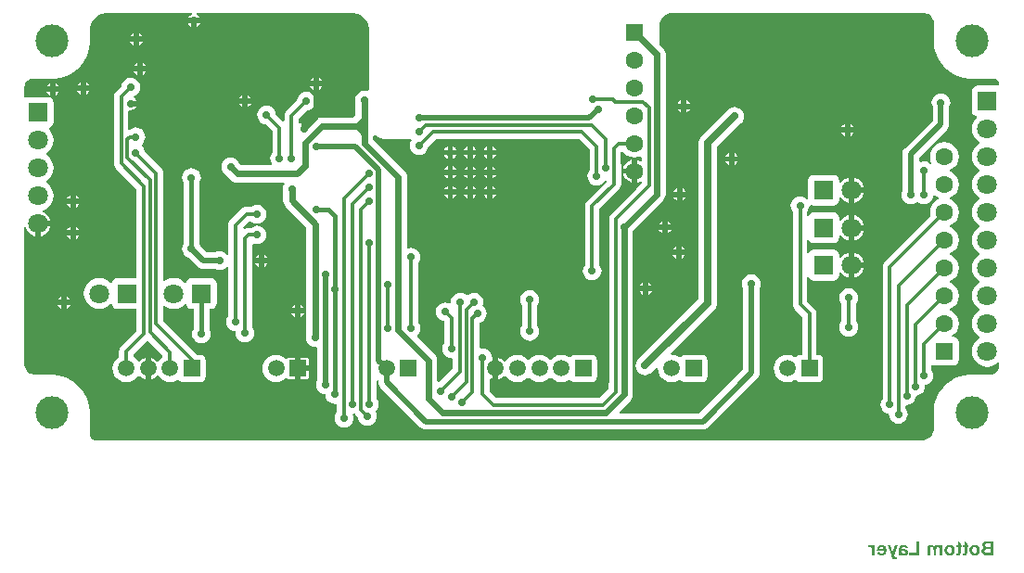
<source format=gbl>
G04 Layer_Physical_Order=2*
G04 Layer_Color=16711680*
%FSLAX43Y43*%
%MOMM*%
G71*
G01*
G75*
%ADD27C,0.600*%
%ADD28C,0.300*%
%ADD29C,0.400*%
%ADD30C,0.700*%
%ADD31C,0.500*%
%ADD33C,1.600*%
%ADD34R,1.600X1.600*%
%ADD35R,1.500X1.500*%
%ADD36C,1.500*%
%ADD37C,3.000*%
%ADD38C,1.800*%
%ADD39R,1.800X1.800*%
%ADD40R,1.800X1.800*%
%ADD41C,0.700*%
G36*
X79878Y-10002D02*
X79887Y-10029D01*
X79897Y-10055D01*
X79907Y-10076D01*
X79917Y-10096D01*
X79926Y-10111D01*
X79934Y-10121D01*
X79938Y-10129D01*
X79940Y-10131D01*
X79958Y-10148D01*
X79977Y-10162D01*
X79999Y-10170D01*
X80018Y-10178D01*
X80038Y-10181D01*
X80053Y-10183D01*
X80067D01*
X80102Y-10181D01*
X80119Y-10179D01*
X80135Y-10178D01*
X80151Y-10176D01*
X80160Y-10174D01*
X80168Y-10172D01*
X80170D01*
X80149Y-10363D01*
X80098Y-10373D01*
X80075Y-10375D01*
X80053Y-10376D01*
X80036Y-10378D01*
X79985D01*
X79961Y-10376D01*
X79940Y-10373D01*
X79921Y-10371D01*
X79907Y-10367D01*
X79895Y-10365D01*
X79887Y-10363D01*
X79885D01*
X79866Y-10357D01*
X79846Y-10349D01*
X79831Y-10341D01*
X79817Y-10336D01*
X79807Y-10330D01*
X79798Y-10324D01*
X79794Y-10322D01*
X79792Y-10320D01*
X79764Y-10298D01*
X79743Y-10277D01*
X79735Y-10267D01*
X79729Y-10259D01*
X79725Y-10254D01*
X79724Y-10252D01*
X79712Y-10234D01*
X79702Y-10215D01*
X79692Y-10193D01*
X79683Y-10174D01*
X79675Y-10154D01*
X79669Y-10140D01*
X79665Y-10131D01*
X79663Y-10127D01*
X79603Y-9965D01*
X79275Y-9071D01*
X79528D01*
X79747Y-9731D01*
X79967Y-9071D01*
X80229D01*
X79878Y-10002D01*
D02*
G37*
G36*
X86555Y-8888D02*
Y-9071D01*
X86668D01*
Y-9267D01*
X86555D01*
Y-9674D01*
Y-9698D01*
Y-9719D01*
X86553Y-9756D01*
Y-9787D01*
X86551Y-9811D01*
X86549Y-9826D01*
Y-9838D01*
X86547Y-9846D01*
Y-9848D01*
X86543Y-9869D01*
X86539Y-9889D01*
X86533Y-9904D01*
X86528Y-9920D01*
X86522Y-9930D01*
X86518Y-9940D01*
X86516Y-9943D01*
X86514Y-9945D01*
X86504Y-9957D01*
X86491Y-9969D01*
X86465Y-9986D01*
X86453Y-9994D01*
X86444Y-9998D01*
X86438Y-10000D01*
X86436Y-10002D01*
X86416Y-10010D01*
X86395Y-10014D01*
X86375Y-10018D01*
X86356Y-10021D01*
X86340D01*
X86329Y-10023D01*
X86317D01*
X86278Y-10021D01*
X86241Y-10018D01*
X86208Y-10012D01*
X86178Y-10006D01*
X86155Y-10000D01*
X86137Y-9994D01*
X86126Y-9990D01*
X86122Y-9988D01*
X86143Y-9797D01*
X86167Y-9805D01*
X86186Y-9811D01*
X86204Y-9815D01*
X86217Y-9817D01*
X86229Y-9819D01*
X86237Y-9821D01*
X86243D01*
X86258Y-9819D01*
X86272Y-9815D01*
X86280Y-9811D01*
X86284Y-9809D01*
X86294Y-9799D01*
X86301Y-9789D01*
X86305Y-9782D01*
Y-9778D01*
Y-9774D01*
X86307Y-9766D01*
Y-9748D01*
Y-9727D01*
X86309Y-9703D01*
Y-9682D01*
Y-9663D01*
Y-9655D01*
Y-9649D01*
Y-9647D01*
Y-9645D01*
Y-9267D01*
X86141D01*
Y-9071D01*
X86309D01*
Y-8744D01*
X86555Y-8888D01*
D02*
G37*
G36*
X85960D02*
Y-9071D01*
X86073D01*
Y-9267D01*
X85960D01*
Y-9674D01*
Y-9698D01*
Y-9719D01*
X85958Y-9756D01*
Y-9787D01*
X85956Y-9811D01*
X85954Y-9826D01*
Y-9838D01*
X85952Y-9846D01*
Y-9848D01*
X85948Y-9869D01*
X85944Y-9889D01*
X85938Y-9904D01*
X85933Y-9920D01*
X85927Y-9930D01*
X85923Y-9940D01*
X85921Y-9943D01*
X85919Y-9945D01*
X85909Y-9957D01*
X85896Y-9969D01*
X85870Y-9986D01*
X85859Y-9994D01*
X85849Y-9998D01*
X85843Y-10000D01*
X85841Y-10002D01*
X85821Y-10010D01*
X85800Y-10014D01*
X85780Y-10018D01*
X85761Y-10021D01*
X85745D01*
X85734Y-10023D01*
X85722D01*
X85683Y-10021D01*
X85646Y-10018D01*
X85613Y-10012D01*
X85583Y-10006D01*
X85560Y-10000D01*
X85543Y-9994D01*
X85531Y-9990D01*
X85527Y-9988D01*
X85548Y-9797D01*
X85572Y-9805D01*
X85591Y-9811D01*
X85609Y-9815D01*
X85622Y-9817D01*
X85634Y-9819D01*
X85642Y-9821D01*
X85648D01*
X85663Y-9819D01*
X85677Y-9815D01*
X85685Y-9811D01*
X85689Y-9809D01*
X85699Y-9799D01*
X85706Y-9789D01*
X85710Y-9782D01*
Y-9778D01*
Y-9774D01*
X85712Y-9766D01*
Y-9748D01*
Y-9727D01*
X85714Y-9703D01*
Y-9682D01*
Y-9663D01*
Y-9655D01*
Y-9649D01*
Y-9647D01*
Y-9645D01*
Y-9267D01*
X85546D01*
Y-9071D01*
X85714D01*
Y-8744D01*
X85960Y-8888D01*
D02*
G37*
G36*
X80806Y-9054D02*
X80835Y-9058D01*
X80861Y-9062D01*
X80886Y-9068D01*
X80908Y-9073D01*
X80929Y-9079D01*
X80947Y-9085D01*
X80962Y-9091D01*
X80976Y-9097D01*
X80988Y-9103D01*
X80997Y-9109D01*
X81005Y-9112D01*
X81011Y-9116D01*
X81013Y-9118D01*
X81015D01*
X81046Y-9146D01*
X81073Y-9177D01*
X81097Y-9208D01*
X81114Y-9241D01*
X81126Y-9270D01*
X81136Y-9294D01*
X81140Y-9302D01*
X81142Y-9309D01*
X81144Y-9313D01*
Y-9315D01*
X80923Y-9356D01*
X80915Y-9335D01*
X80906Y-9315D01*
X80896Y-9300D01*
X80886Y-9288D01*
X80878Y-9278D01*
X80871Y-9272D01*
X80867Y-9268D01*
X80865Y-9267D01*
X80849Y-9257D01*
X80833Y-9251D01*
X80798Y-9243D01*
X80785Y-9241D01*
X80773Y-9239D01*
X80761D01*
X80728Y-9241D01*
X80699Y-9243D01*
X80675Y-9249D01*
X80658Y-9255D01*
X80644Y-9261D01*
X80636Y-9265D01*
X80631Y-9268D01*
X80629Y-9270D01*
X80617Y-9284D01*
X80609Y-9300D01*
X80601Y-9315D01*
X80597Y-9333D01*
X80595Y-9348D01*
X80594Y-9360D01*
Y-9368D01*
Y-9372D01*
Y-9395D01*
X80607Y-9401D01*
X80623Y-9407D01*
X80660Y-9417D01*
X80699Y-9426D01*
X80738Y-9436D01*
X80775Y-9444D01*
X80791Y-9448D01*
X80806Y-9450D01*
X80818Y-9452D01*
X80826Y-9454D01*
X80832Y-9456D01*
X80833D01*
X80878Y-9465D01*
X80917Y-9475D01*
X80951Y-9485D01*
X80978Y-9495D01*
X80999Y-9503D01*
X81015Y-9508D01*
X81025Y-9512D01*
X81029Y-9514D01*
X81052Y-9528D01*
X81073Y-9544D01*
X81091Y-9559D01*
X81105Y-9575D01*
X81116Y-9588D01*
X81124Y-9600D01*
X81130Y-9608D01*
X81132Y-9610D01*
X81144Y-9633D01*
X81153Y-9657D01*
X81159Y-9680D01*
X81165Y-9702D01*
X81167Y-9721D01*
X81169Y-9735D01*
Y-9744D01*
Y-9748D01*
X81165Y-9791D01*
X81155Y-9830D01*
X81144Y-9863D01*
X81128Y-9893D01*
X81112Y-9916D01*
X81101Y-9934D01*
X81091Y-9943D01*
X81087Y-9947D01*
X81054Y-9973D01*
X81017Y-9992D01*
X80980Y-10004D01*
X80943Y-10014D01*
X80911Y-10020D01*
X80896Y-10021D01*
X80884D01*
X80874Y-10023D01*
X80861D01*
X80832Y-10021D01*
X80802Y-10020D01*
X80777Y-10014D01*
X80755Y-10008D01*
X80736Y-10004D01*
X80720Y-9998D01*
X80713Y-9996D01*
X80709Y-9994D01*
X80681Y-9980D01*
X80658Y-9967D01*
X80634Y-9951D01*
X80615Y-9936D01*
X80597Y-9922D01*
X80586Y-9910D01*
X80576Y-9902D01*
X80574Y-9901D01*
X80572Y-9908D01*
X80570Y-9918D01*
X80566Y-9926D01*
Y-9928D01*
Y-9930D01*
X80560Y-9945D01*
X80556Y-9961D01*
X80551Y-9973D01*
X80547Y-9982D01*
X80545Y-9990D01*
X80543Y-9996D01*
X80541Y-9998D01*
Y-10000D01*
X80299D01*
X80311Y-9975D01*
X80320Y-9953D01*
X80328Y-9932D01*
X80334Y-9914D01*
X80338Y-9899D01*
X80342Y-9887D01*
X80344Y-9879D01*
Y-9877D01*
X80348Y-9852D01*
X80350Y-9824D01*
X80354Y-9793D01*
Y-9764D01*
X80356Y-9737D01*
Y-9715D01*
Y-9707D01*
Y-9702D01*
Y-9698D01*
Y-9696D01*
X80352Y-9411D01*
Y-9382D01*
X80354Y-9356D01*
X80356Y-9331D01*
X80357Y-9309D01*
X80359Y-9288D01*
X80361Y-9270D01*
X80365Y-9255D01*
X80367Y-9241D01*
X80375Y-9218D01*
X80379Y-9202D01*
X80383Y-9192D01*
X80385Y-9190D01*
X80398Y-9169D01*
X80416Y-9149D01*
X80436Y-9132D01*
X80453Y-9118D01*
X80471Y-9107D01*
X80484Y-9099D01*
X80494Y-9093D01*
X80498Y-9091D01*
X80514Y-9083D01*
X80531Y-9077D01*
X80570Y-9068D01*
X80611Y-9062D01*
X80650Y-9056D01*
X80687Y-9054D01*
X80703D01*
X80716Y-9052D01*
X80777D01*
X80806Y-9054D01*
D02*
G37*
G36*
X82625Y39500D02*
X82711Y39500D01*
X82880Y39466D01*
X83039Y39400D01*
X83183Y39305D01*
X83305Y39183D01*
X83400Y39039D01*
X83466Y38880D01*
X83494Y38743D01*
X83500Y38625D01*
Y38625D01*
X83500Y38625D01*
X83500Y38625D01*
X83500Y37000D01*
X83507Y36771D01*
X83567Y36317D01*
X83686Y35875D01*
X83861Y35452D01*
X84090Y35056D01*
X84369Y34692D01*
X84692Y34369D01*
X85055Y34090D01*
X85452Y33861D01*
X85875Y33686D01*
X86317Y33567D01*
X86771Y33507D01*
X87000Y33500D01*
X89000Y33500D01*
X89099Y33500D01*
X89283Y33424D01*
X89424Y33283D01*
X89492Y33118D01*
X89500Y33000D01*
X89419Y32913D01*
X89373Y32875D01*
X89300Y32890D01*
X87500D01*
X87305Y32851D01*
X87140Y32740D01*
X87029Y32575D01*
X86990Y32380D01*
Y30580D01*
X87029Y30385D01*
X87140Y30220D01*
X87305Y30109D01*
X87392Y30092D01*
X87424Y29956D01*
X87402Y29938D01*
X87177Y29646D01*
X87036Y29305D01*
X86988Y28940D01*
X87036Y28575D01*
X87177Y28234D01*
X87402Y27942D01*
X87657Y27745D01*
X87668Y27711D01*
Y27629D01*
X87657Y27595D01*
X87402Y27398D01*
X87177Y27106D01*
X87036Y26765D01*
X86988Y26400D01*
X87036Y26035D01*
X87177Y25694D01*
X87402Y25402D01*
X87657Y25205D01*
X87668Y25171D01*
Y25089D01*
X87657Y25055D01*
X87402Y24858D01*
X87177Y24566D01*
X87036Y24225D01*
X86988Y23860D01*
X87036Y23495D01*
X87177Y23154D01*
X87402Y22862D01*
X87657Y22665D01*
X87668Y22631D01*
Y22549D01*
X87657Y22515D01*
X87402Y22318D01*
X87177Y22026D01*
X87036Y21685D01*
X86988Y21320D01*
X87036Y20955D01*
X87177Y20614D01*
X87402Y20322D01*
X87657Y20125D01*
X87668Y20091D01*
Y20009D01*
X87657Y19975D01*
X87402Y19778D01*
X87177Y19486D01*
X87036Y19145D01*
X86988Y18780D01*
X87036Y18415D01*
X87177Y18074D01*
X87402Y17782D01*
X87657Y17585D01*
X87668Y17551D01*
Y17469D01*
X87657Y17435D01*
X87402Y17238D01*
X87177Y16946D01*
X87036Y16605D01*
X86988Y16240D01*
X87036Y15875D01*
X87177Y15534D01*
X87402Y15242D01*
X87657Y15045D01*
X87668Y15011D01*
Y14929D01*
X87657Y14895D01*
X87402Y14698D01*
X87177Y14406D01*
X87036Y14065D01*
X86988Y13700D01*
X87036Y13335D01*
X87177Y12994D01*
X87402Y12702D01*
X87657Y12505D01*
X87668Y12471D01*
Y12389D01*
X87657Y12355D01*
X87402Y12158D01*
X87177Y11866D01*
X87036Y11525D01*
X86988Y11160D01*
X87036Y10795D01*
X87177Y10454D01*
X87402Y10162D01*
X87657Y9965D01*
X87668Y9931D01*
Y9849D01*
X87657Y9815D01*
X87402Y9618D01*
X87177Y9326D01*
X87036Y8985D01*
X86988Y8620D01*
X87036Y8255D01*
X87177Y7914D01*
X87402Y7622D01*
X87694Y7397D01*
X88035Y7256D01*
X88400Y7208D01*
X88765Y7256D01*
X89106Y7397D01*
X89373Y7602D01*
X89500Y7563D01*
Y7350D01*
X89500Y7266D01*
X89467Y7102D01*
X89403Y6947D01*
X89310Y6808D01*
X89192Y6690D01*
X89053Y6597D01*
X88898Y6533D01*
X88774Y6508D01*
X88650Y6500D01*
Y6500D01*
X86925Y6500D01*
X86701Y6493D01*
X86257Y6434D01*
X85824Y6318D01*
X85410Y6147D01*
X85022Y5923D01*
X84667Y5650D01*
X84350Y5333D01*
X84077Y4978D01*
X83853Y4590D01*
X83682Y4176D01*
X83566Y3743D01*
X83507Y3299D01*
X83500Y3075D01*
X83500D01*
X83500Y3075D01*
X83500D01*
X83500Y1402D01*
X83462Y1208D01*
X83386Y1026D01*
X83277Y863D01*
X83137Y723D01*
X82974Y614D01*
X82792Y538D01*
X82598Y500D01*
X7084D01*
X6968Y500D01*
X6753Y589D01*
X6589Y753D01*
X6500Y968D01*
X6500Y1084D01*
X6500Y2871D01*
X6492Y3109D01*
X6430Y3579D01*
X6307Y4038D01*
X6126Y4476D01*
X5888Y4887D01*
X5600Y5264D01*
X5264Y5600D01*
X4887Y5889D01*
X4476Y6126D01*
X4038Y6307D01*
X3579Y6430D01*
X3109Y6492D01*
X2871Y6500D01*
X2871Y6500D01*
Y6500D01*
X1476Y6500D01*
X1380Y6500D01*
X1191Y6537D01*
X1014Y6611D01*
X854Y6718D01*
X718Y6854D01*
X611Y7014D01*
X538Y7191D01*
X500Y7380D01*
X500Y7476D01*
Y19952D01*
X626Y19969D01*
X742Y19688D01*
X927Y19447D01*
X1168Y19262D01*
X1449Y19146D01*
X1500Y19139D01*
Y20270D01*
X1750D01*
Y20520D01*
X2881D01*
X2874Y20571D01*
X2758Y20852D01*
X2573Y21093D01*
X2332Y21278D01*
X2187Y21338D01*
Y21476D01*
X2456Y21587D01*
X2748Y21812D01*
X2973Y22104D01*
X3114Y22445D01*
X3162Y22810D01*
X3114Y23175D01*
X2973Y23516D01*
X2748Y23808D01*
X2493Y24005D01*
X2482Y24039D01*
Y24121D01*
X2493Y24155D01*
X2748Y24352D01*
X2973Y24644D01*
X3114Y24985D01*
X3162Y25350D01*
X3114Y25715D01*
X2973Y26056D01*
X2748Y26348D01*
X2493Y26545D01*
X2482Y26579D01*
Y26661D01*
X2493Y26695D01*
X2748Y26892D01*
X2973Y27184D01*
X3114Y27525D01*
X3162Y27890D01*
X3114Y28255D01*
X2973Y28596D01*
X2748Y28888D01*
X2726Y28906D01*
X2758Y29042D01*
X2845Y29059D01*
X3010Y29170D01*
X3121Y29335D01*
X3160Y29530D01*
Y31330D01*
X3121Y31525D01*
X3010Y31690D01*
X2845Y31801D01*
X2650Y31840D01*
X850D01*
X655Y31801D01*
X612Y31772D01*
X500Y31832D01*
Y32695D01*
X500Y32774D01*
X531Y32930D01*
X592Y33076D01*
X680Y33208D01*
X792Y33320D01*
X924Y33408D01*
X1070Y33469D01*
X1226Y33500D01*
X1305Y33500D01*
X1305Y33500D01*
X3035Y33500D01*
X3262Y33507D01*
X3711Y33567D01*
X4148Y33684D01*
X4567Y33857D01*
X4959Y34084D01*
X5318Y34359D01*
X5639Y34680D01*
X5914Y35039D01*
X6141Y35431D01*
X6314Y35850D01*
X6431Y36287D01*
X6491Y36736D01*
X6498Y36963D01*
X6498Y36963D01*
X6498Y38000D01*
X6498Y38148D01*
X6556Y38438D01*
X6669Y38711D01*
X6833Y38956D01*
X7042Y39165D01*
X7287Y39329D01*
X7560Y39442D01*
X7850Y39500D01*
X7998Y39500D01*
X7998Y39500D01*
X15772Y39500D01*
X15785Y39373D01*
X15764Y39369D01*
X15565Y39235D01*
X15441Y39050D01*
X16559D01*
X16435Y39235D01*
X16236Y39369D01*
X16215Y39373D01*
X16228Y39500D01*
X30460Y39500D01*
X30608Y39500D01*
X30897Y39442D01*
X31170Y39329D01*
X31416Y39165D01*
X31625Y38956D01*
X31789Y38710D01*
X31902Y38438D01*
X31960Y38148D01*
X31960Y38000D01*
X31960Y38000D01*
X31960Y38000D01*
Y32444D01*
X31833Y32360D01*
X31752Y32393D01*
X31530Y32422D01*
X31308Y32393D01*
X31101Y32307D01*
X30924Y32171D01*
X30788Y31994D01*
X30702Y31787D01*
X30673Y31565D01*
X30702Y31343D01*
X30723Y31292D01*
Y30184D01*
X30521Y29982D01*
X27625D01*
X27416Y29954D01*
X27222Y29874D01*
X27054Y29746D01*
X26652Y29343D01*
X26525Y29355D01*
X26505Y29385D01*
X26320Y29509D01*
Y29011D01*
X26259Y28950D01*
X25820D01*
Y29509D01*
X25683Y29418D01*
X25556Y29479D01*
Y29878D01*
X26320Y30643D01*
X26462Y30662D01*
X26669Y30748D01*
X26846Y30884D01*
X26982Y31061D01*
X27068Y31268D01*
X27097Y31490D01*
X27068Y31712D01*
X26982Y31919D01*
X26846Y32096D01*
X26669Y32232D01*
X26462Y32318D01*
X26240Y32347D01*
X26018Y32318D01*
X25811Y32232D01*
X25634Y32096D01*
X25498Y31919D01*
X25412Y31712D01*
X25393Y31570D01*
X24436Y30614D01*
X24332Y30478D01*
X24267Y30320D01*
X24244Y30150D01*
Y29679D01*
X24127Y29630D01*
X23457Y30300D01*
X23438Y30442D01*
X23352Y30649D01*
X23216Y30826D01*
X23039Y30962D01*
X22832Y31048D01*
X22610Y31077D01*
X22388Y31048D01*
X22181Y30962D01*
X22004Y30826D01*
X21868Y30649D01*
X21782Y30442D01*
X21753Y30220D01*
X21782Y29998D01*
X21868Y29791D01*
X22004Y29614D01*
X22181Y29478D01*
X22388Y29392D01*
X22530Y29373D01*
X23144Y28758D01*
Y26792D01*
X23058Y26679D01*
X22972Y26472D01*
X22943Y26250D01*
X22972Y26028D01*
X23058Y25821D01*
X23105Y25759D01*
X23043Y25632D01*
X20284D01*
X20089Y25827D01*
X20067Y25879D01*
X19931Y26056D01*
X19754Y26192D01*
X19547Y26278D01*
X19325Y26307D01*
X19103Y26278D01*
X18896Y26192D01*
X18719Y26056D01*
X18583Y25879D01*
X18497Y25672D01*
X18468Y25450D01*
X18497Y25228D01*
X18583Y25021D01*
X18719Y24844D01*
X18896Y24708D01*
X18948Y24686D01*
X19379Y24254D01*
X19547Y24126D01*
X19741Y24046D01*
X19950Y24018D01*
X24168D01*
X24230Y23891D01*
X24183Y23829D01*
X24097Y23622D01*
X24068Y23400D01*
X24097Y23178D01*
X24118Y23127D01*
Y22375D01*
X24146Y22166D01*
X24226Y21972D01*
X24354Y21804D01*
X26243Y19916D01*
Y10148D01*
X26222Y10097D01*
X26193Y9875D01*
X26222Y9653D01*
X26308Y9446D01*
X26444Y9269D01*
X26621Y9133D01*
X26828Y9047D01*
X27050Y9018D01*
X27123Y9027D01*
X27219Y8944D01*
Y5970D01*
X27147Y5797D01*
X27118Y5575D01*
X27147Y5353D01*
X27233Y5146D01*
X27369Y4969D01*
X27546Y4833D01*
X27753Y4747D01*
X27872Y4731D01*
X27993Y4675D01*
X28022Y4453D01*
X28108Y4246D01*
X28244Y4069D01*
X28421Y3933D01*
X28628Y3847D01*
X28850Y3818D01*
X28920Y3827D01*
X29015Y3743D01*
Y3071D01*
X28929Y2958D01*
X28843Y2751D01*
X28814Y2529D01*
X28843Y2307D01*
X28929Y2100D01*
X29065Y1923D01*
X29242Y1787D01*
X29449Y1701D01*
X29671Y1672D01*
X29893Y1701D01*
X30100Y1787D01*
X30277Y1923D01*
X30413Y2100D01*
X30499Y2307D01*
X30528Y2529D01*
X30499Y2751D01*
X30480Y2798D01*
X30543Y2908D01*
X30647Y2922D01*
X30665Y2929D01*
X30736Y2836D01*
X30953Y2620D01*
X30972Y2478D01*
X31058Y2271D01*
X31194Y2094D01*
X31371Y1958D01*
X31578Y1872D01*
X31800Y1843D01*
X32022Y1872D01*
X32229Y1958D01*
X32406Y2094D01*
X32542Y2271D01*
X32628Y2478D01*
X32657Y2700D01*
X32628Y2922D01*
X32542Y3129D01*
X32525Y3152D01*
X32566Y3184D01*
X32702Y3361D01*
X32788Y3568D01*
X32817Y3790D01*
X32788Y4012D01*
X32702Y4219D01*
X32616Y4332D01*
Y5920D01*
X32743Y5990D01*
X32784Y5965D01*
Y5822D01*
X32809Y5626D01*
X32885Y5443D01*
X33005Y5287D01*
X36614Y1678D01*
X36770Y1558D01*
X36953Y1482D01*
X37051Y1469D01*
X37149Y1457D01*
X37149Y1457D01*
X62413D01*
X62609Y1482D01*
X62791Y1558D01*
X62948Y1678D01*
X67385Y6115D01*
X67385Y6115D01*
X67505Y6272D01*
X67581Y6454D01*
X67606Y6650D01*
X67606Y6650D01*
Y14380D01*
X67678Y14553D01*
X67707Y14775D01*
X67678Y14997D01*
X67592Y15204D01*
X67456Y15381D01*
X67279Y15517D01*
X67072Y15603D01*
X66850Y15632D01*
X66628Y15603D01*
X66421Y15517D01*
X66244Y15381D01*
X66108Y15204D01*
X66022Y14997D01*
X65993Y14775D01*
X66022Y14553D01*
X66094Y14380D01*
Y6963D01*
X62100Y2969D01*
X54845D01*
X54797Y3087D01*
X55821Y4111D01*
X55949Y4278D01*
X56029Y4472D01*
X56057Y4681D01*
Y19641D01*
X58791Y22374D01*
X58919Y22542D01*
X58999Y22736D01*
X59027Y22945D01*
Y35755D01*
X58999Y35964D01*
X58919Y36158D01*
X58791Y36326D01*
X58500Y36616D01*
Y38576D01*
X58539Y38774D01*
X58617Y38961D01*
X58729Y39128D01*
X58872Y39271D01*
X59039Y39383D01*
X59226Y39461D01*
X59424Y39500D01*
X59525D01*
X82625Y39500D01*
D02*
G37*
G36*
X32532Y28343D02*
X32784Y28177D01*
X33064Y28063D01*
X33361Y28006D01*
X33512Y28000D01*
X35764D01*
X35827Y27873D01*
X35778Y27809D01*
X35692Y27602D01*
X35663Y27380D01*
X35692Y27158D01*
X35778Y26951D01*
X35914Y26774D01*
X36091Y26638D01*
X36298Y26552D01*
X36520Y26523D01*
X36742Y26552D01*
X36949Y26638D01*
X37126Y26774D01*
X37263Y26951D01*
X37348Y27158D01*
X37367Y27300D01*
X38067Y28000D01*
X51173D01*
X52094Y27078D01*
Y25167D01*
X52008Y25054D01*
X51922Y24847D01*
X51893Y24625D01*
X51922Y24403D01*
X52008Y24196D01*
X52144Y24019D01*
X52321Y23883D01*
X52528Y23797D01*
X52750Y23768D01*
X52972Y23797D01*
X53179Y23883D01*
X53356Y24019D01*
X53492Y24196D01*
X53504Y24224D01*
X53634Y24205D01*
X53643Y24120D01*
X51861Y22339D01*
X51757Y22203D01*
X51692Y22045D01*
X51669Y21875D01*
Y16492D01*
X51583Y16379D01*
X51497Y16172D01*
X51468Y15950D01*
X51497Y15728D01*
X51583Y15521D01*
X51719Y15344D01*
X51896Y15208D01*
X52103Y15122D01*
X52325Y15093D01*
X52547Y15122D01*
X52754Y15208D01*
X52931Y15344D01*
X53067Y15521D01*
X53153Y15728D01*
X53182Y15950D01*
X53153Y16172D01*
X53067Y16379D01*
X52981Y16492D01*
Y21603D01*
X54768Y23390D01*
X54872Y23526D01*
X54937Y23684D01*
X54960Y23854D01*
Y25712D01*
X54956Y25738D01*
Y26778D01*
X55009Y26828D01*
X55175Y26816D01*
X55273Y26688D01*
X55544Y26479D01*
X55861Y26348D01*
X56200Y26304D01*
X56539Y26348D01*
X56733Y26429D01*
X56860Y26344D01*
Y26040D01*
X56746Y25984D01*
X56732Y25996D01*
X56475Y26102D01*
X56450Y26105D01*
Y25075D01*
Y24045D01*
X56475Y24048D01*
X56711Y24146D01*
X56801Y24103D01*
X56832Y24080D01*
X56841Y23993D01*
X54032Y21185D01*
X53928Y21049D01*
X53863Y20891D01*
X53840Y20721D01*
Y5194D01*
X53023Y4377D01*
X43559D01*
X42956Y4980D01*
Y6055D01*
X43083Y6140D01*
X43248Y6072D01*
X43260Y6070D01*
Y7050D01*
Y8040D01*
X43193Y8081D01*
X43148Y8124D01*
X43128Y8272D01*
X43042Y8479D01*
X42906Y8656D01*
X42729Y8792D01*
X42522Y8878D01*
X42300Y8907D01*
X42176Y8891D01*
X42049Y8997D01*
Y11244D01*
X42072Y11247D01*
X42279Y11333D01*
X42456Y11469D01*
X42592Y11646D01*
X42678Y11853D01*
X42707Y12075D01*
X42678Y12297D01*
X42592Y12504D01*
X42456Y12681D01*
X42331Y12777D01*
X42383Y12903D01*
X42412Y13125D01*
X42383Y13347D01*
X42297Y13554D01*
X42161Y13731D01*
X41984Y13867D01*
X41777Y13953D01*
X41555Y13982D01*
X41333Y13953D01*
X41126Y13867D01*
X41013Y13781D01*
X40920Y13743D01*
X40827Y13781D01*
X40714Y13867D01*
X40507Y13953D01*
X40285Y13982D01*
X40063Y13953D01*
X39856Y13867D01*
X39679Y13731D01*
X39542Y13554D01*
X39457Y13347D01*
X39428Y13125D01*
X39436Y13060D01*
X39402Y13025D01*
X39319Y12980D01*
X39142Y13053D01*
X38920Y13082D01*
X38698Y13053D01*
X38491Y12967D01*
X38314Y12831D01*
X38178Y12654D01*
X38092Y12447D01*
X38063Y12225D01*
X38092Y12003D01*
X38178Y11796D01*
X38314Y11619D01*
X38491Y11483D01*
X38698Y11397D01*
X38840Y11378D01*
X38844Y11373D01*
Y9392D01*
X38758Y9279D01*
X38672Y9072D01*
X38643Y8850D01*
X38672Y8628D01*
X38758Y8421D01*
X38894Y8244D01*
X39071Y8108D01*
X39278Y8022D01*
X39500Y7993D01*
X39534Y7997D01*
X39629Y7913D01*
Y7047D01*
X38405Y5822D01*
X38309Y5809D01*
X38182Y5892D01*
Y7800D01*
X38154Y8009D01*
X38074Y8203D01*
X37946Y8371D01*
X36356Y9960D01*
X36364Y10087D01*
X36406Y10119D01*
X36542Y10296D01*
X36628Y10503D01*
X36657Y10725D01*
X36628Y10947D01*
X36542Y11154D01*
X36456Y11267D01*
Y16678D01*
X36542Y16791D01*
X36628Y16998D01*
X36657Y17220D01*
X36628Y17442D01*
X36542Y17649D01*
X36406Y17826D01*
X36229Y17962D01*
X36022Y18048D01*
X35800Y18077D01*
X35578Y18048D01*
X35537Y18031D01*
X35432Y18102D01*
Y24520D01*
X35404Y24729D01*
X35324Y24923D01*
X35196Y25090D01*
X32337Y27949D01*
Y28247D01*
X32358Y28298D01*
X32365Y28348D01*
X32485Y28389D01*
X32532Y28343D01*
D02*
G37*
G36*
X83820Y-9054D02*
X83849Y-9058D01*
X83879Y-9066D01*
X83904Y-9075D01*
X83955Y-9099D01*
X83976Y-9110D01*
X83996Y-9124D01*
X84015Y-9138D01*
X84031Y-9151D01*
X84044Y-9165D01*
X84056Y-9175D01*
X84066Y-9185D01*
X84072Y-9192D01*
X84076Y-9196D01*
X84078Y-9198D01*
Y-9071D01*
X84304D01*
Y-10000D01*
X84058D01*
Y-9549D01*
Y-9503D01*
X84054Y-9464D01*
X84052Y-9430D01*
X84048Y-9405D01*
X84044Y-9386D01*
X84042Y-9372D01*
X84038Y-9362D01*
Y-9360D01*
X84031Y-9339D01*
X84021Y-9321D01*
X84009Y-9306D01*
X83999Y-9294D01*
X83990Y-9284D01*
X83982Y-9276D01*
X83976Y-9272D01*
X83974Y-9270D01*
X83957Y-9261D01*
X83939Y-9253D01*
X83921Y-9247D01*
X83906Y-9243D01*
X83892Y-9241D01*
X83880Y-9239D01*
X83853D01*
X83840Y-9243D01*
X83826Y-9245D01*
X83816Y-9249D01*
X83808Y-9253D01*
X83802Y-9255D01*
X83799Y-9259D01*
X83797D01*
X83779Y-9276D01*
X83765Y-9296D01*
X83761Y-9304D01*
X83758Y-9311D01*
X83756Y-9315D01*
Y-9317D01*
X83754Y-9325D01*
X83752Y-9337D01*
X83748Y-9360D01*
X83746Y-9389D01*
X83744Y-9419D01*
X83742Y-9448D01*
Y-9471D01*
Y-9479D01*
Y-9487D01*
Y-9491D01*
Y-9493D01*
Y-10000D01*
X83496D01*
Y-9555D01*
Y-9510D01*
X83492Y-9469D01*
X83490Y-9438D01*
X83486Y-9411D01*
X83483Y-9389D01*
X83481Y-9376D01*
X83477Y-9366D01*
Y-9364D01*
X83469Y-9343D01*
X83459Y-9325D01*
X83447Y-9307D01*
X83438Y-9296D01*
X83428Y-9286D01*
X83420Y-9278D01*
X83414Y-9274D01*
X83412Y-9272D01*
X83395Y-9261D01*
X83377Y-9253D01*
X83362Y-9247D01*
X83346Y-9243D01*
X83332Y-9241D01*
X83323Y-9239D01*
X83315D01*
X83289Y-9241D01*
X83268Y-9247D01*
X83250Y-9257D01*
X83235Y-9265D01*
X83225Y-9274D01*
X83215Y-9284D01*
X83211Y-9290D01*
X83209Y-9292D01*
X83206Y-9300D01*
X83202Y-9311D01*
X83194Y-9337D01*
X83190Y-9366D01*
X83188Y-9397D01*
X83186Y-9425D01*
X83184Y-9450D01*
Y-9458D01*
Y-9465D01*
Y-9469D01*
Y-9471D01*
Y-10000D01*
X82938D01*
Y-9409D01*
X82940Y-9362D01*
X82942Y-9323D01*
X82946Y-9290D01*
X82950Y-9263D01*
X82956Y-9241D01*
X82960Y-9228D01*
X82962Y-9218D01*
X82964Y-9216D01*
X82977Y-9189D01*
X82995Y-9163D01*
X83012Y-9142D01*
X83030Y-9126D01*
X83046Y-9112D01*
X83059Y-9103D01*
X83067Y-9097D01*
X83071Y-9095D01*
X83098Y-9081D01*
X83128Y-9070D01*
X83157Y-9062D01*
X83182Y-9058D01*
X83207Y-9054D01*
X83225Y-9052D01*
X83243D01*
X83272Y-9054D01*
X83299Y-9058D01*
X83326Y-9064D01*
X83348Y-9070D01*
X83367Y-9077D01*
X83383Y-9083D01*
X83391Y-9087D01*
X83395Y-9089D01*
X83420Y-9105D01*
X83445Y-9122D01*
X83467Y-9140D01*
X83486Y-9159D01*
X83502Y-9175D01*
X83516Y-9189D01*
X83524Y-9196D01*
X83525Y-9200D01*
X83543Y-9175D01*
X83561Y-9151D01*
X83578Y-9132D01*
X83596Y-9116D01*
X83611Y-9105D01*
X83623Y-9097D01*
X83631Y-9091D01*
X83635Y-9089D01*
X83660Y-9077D01*
X83685Y-9068D01*
X83711Y-9062D01*
X83736Y-9056D01*
X83758Y-9054D01*
X83773Y-9052D01*
X83789D01*
X83820Y-9054D01*
D02*
G37*
G36*
X77714D02*
X77734Y-9056D01*
X77751Y-9062D01*
X77767Y-9066D01*
X77781Y-9071D01*
X77790Y-9077D01*
X77796Y-9079D01*
X77798Y-9081D01*
X77816Y-9095D01*
X77835Y-9112D01*
X77853Y-9132D01*
X77868Y-9153D01*
X77882Y-9173D01*
X77894Y-9189D01*
X77902Y-9200D01*
X77903Y-9202D01*
Y-9071D01*
X78132D01*
Y-10000D01*
X77886D01*
Y-9715D01*
Y-9672D01*
Y-9633D01*
X77884Y-9598D01*
X77882Y-9567D01*
Y-9538D01*
X77880Y-9512D01*
X77878Y-9491D01*
X77876Y-9471D01*
X77874Y-9456D01*
X77872Y-9440D01*
X77870Y-9428D01*
Y-9421D01*
X77868Y-9413D01*
X77866Y-9409D01*
Y-9405D01*
X77859Y-9380D01*
X77849Y-9358D01*
X77839Y-9339D01*
X77829Y-9325D01*
X77822Y-9315D01*
X77816Y-9307D01*
X77812Y-9304D01*
X77810Y-9302D01*
X77796Y-9292D01*
X77781Y-9284D01*
X77765Y-9280D01*
X77751Y-9276D01*
X77740Y-9274D01*
X77730Y-9272D01*
X77722D01*
X77701Y-9274D01*
X77681Y-9278D01*
X77662Y-9286D01*
X77642Y-9292D01*
X77628Y-9300D01*
X77615Y-9307D01*
X77607Y-9311D01*
X77605Y-9313D01*
X77529Y-9099D01*
X77558Y-9083D01*
X77587Y-9071D01*
X77617Y-9064D01*
X77640Y-9058D01*
X77662Y-9054D01*
X77679Y-9052D01*
X77693D01*
X77714Y-9054D01*
D02*
G37*
G36*
X88948Y-10000D02*
X88393D01*
X88359Y-9998D01*
X88307D01*
X88283Y-9996D01*
X88248D01*
X88234Y-9994D01*
X88215D01*
X88209Y-9992D01*
X88201D01*
X88164Y-9986D01*
X88131Y-9979D01*
X88102Y-9969D01*
X88076Y-9957D01*
X88055Y-9947D01*
X88039Y-9940D01*
X88032Y-9934D01*
X88028Y-9932D01*
X88002Y-9912D01*
X87981Y-9889D01*
X87961Y-9867D01*
X87946Y-9846D01*
X87934Y-9828D01*
X87924Y-9813D01*
X87918Y-9803D01*
X87917Y-9799D01*
X87903Y-9768D01*
X87893Y-9739D01*
X87885Y-9709D01*
X87881Y-9684D01*
X87878Y-9661D01*
X87876Y-9645D01*
Y-9633D01*
Y-9629D01*
X87878Y-9588D01*
X87885Y-9551D01*
X87895Y-9520D01*
X87907Y-9491D01*
X87920Y-9467D01*
X87930Y-9450D01*
X87938Y-9440D01*
X87940Y-9436D01*
X87965Y-9407D01*
X87995Y-9382D01*
X88024Y-9362D01*
X88053Y-9347D01*
X88078Y-9335D01*
X88100Y-9325D01*
X88108Y-9323D01*
X88114Y-9321D01*
X88117Y-9319D01*
X88119D01*
X88090Y-9304D01*
X88063Y-9286D01*
X88041Y-9268D01*
X88022Y-9249D01*
X88006Y-9233D01*
X87997Y-9220D01*
X87989Y-9212D01*
X87987Y-9208D01*
X87971Y-9179D01*
X87959Y-9149D01*
X87950Y-9122D01*
X87944Y-9097D01*
X87940Y-9075D01*
X87938Y-9058D01*
Y-9046D01*
Y-9042D01*
X87940Y-9011D01*
X87944Y-8984D01*
X87952Y-8958D01*
X87957Y-8935D01*
X87965Y-8917D01*
X87973Y-8904D01*
X87977Y-8896D01*
X87979Y-8892D01*
X87995Y-8869D01*
X88010Y-8847D01*
X88028Y-8830D01*
X88041Y-8814D01*
X88055Y-8800D01*
X88067Y-8792D01*
X88075Y-8787D01*
X88076Y-8785D01*
X88100Y-8771D01*
X88121Y-8759D01*
X88145Y-8750D01*
X88166Y-8744D01*
X88184Y-8738D01*
X88197Y-8734D01*
X88207Y-8732D01*
X88211D01*
X88242Y-8728D01*
X88277Y-8724D01*
X88314Y-8722D01*
X88352Y-8720D01*
X88385Y-8718D01*
X88948D01*
Y-10000D01*
D02*
G37*
G36*
X82189D02*
X81288D01*
Y-9783D01*
X81930D01*
Y-8730D01*
X82189D01*
Y-10000D01*
D02*
G37*
G36*
X87290Y-9054D02*
X87335Y-9062D01*
X87378Y-9071D01*
X87415Y-9081D01*
X87444Y-9093D01*
X87458Y-9099D01*
X87468Y-9103D01*
X87476Y-9107D01*
X87482Y-9110D01*
X87485Y-9112D01*
X87487D01*
X87526Y-9138D01*
X87560Y-9165D01*
X87589Y-9194D01*
X87612Y-9224D01*
X87632Y-9249D01*
X87645Y-9268D01*
X87651Y-9276D01*
X87655Y-9282D01*
X87657Y-9286D01*
Y-9288D01*
X87677Y-9331D01*
X87690Y-9374D01*
X87702Y-9413D01*
X87708Y-9450D01*
X87712Y-9481D01*
X87714Y-9495D01*
Y-9505D01*
X87716Y-9514D01*
Y-9520D01*
Y-9524D01*
Y-9526D01*
X87714Y-9583D01*
X87706Y-9635D01*
X87696Y-9682D01*
X87686Y-9721D01*
X87680Y-9739D01*
X87675Y-9754D01*
X87671Y-9766D01*
X87667Y-9778D01*
X87663Y-9785D01*
X87659Y-9791D01*
X87657Y-9795D01*
Y-9797D01*
X87632Y-9836D01*
X87604Y-9871D01*
X87575Y-9901D01*
X87546Y-9924D01*
X87521Y-9941D01*
X87501Y-9955D01*
X87493Y-9961D01*
X87487Y-9965D01*
X87483Y-9967D01*
X87482D01*
X87439Y-9986D01*
X87396Y-10000D01*
X87355Y-10010D01*
X87318Y-10016D01*
X87286Y-10020D01*
X87273Y-10021D01*
X87261Y-10023D01*
X87240D01*
X87203Y-10021D01*
X87165Y-10018D01*
X87130Y-10010D01*
X87099Y-10002D01*
X87068Y-9992D01*
X87041Y-9980D01*
X87015Y-9967D01*
X86992Y-9953D01*
X86970Y-9941D01*
X86951Y-9928D01*
X86935Y-9916D01*
X86922Y-9906D01*
X86912Y-9899D01*
X86904Y-9891D01*
X86900Y-9887D01*
X86898Y-9885D01*
X86875Y-9858D01*
X86853Y-9830D01*
X86836Y-9801D01*
X86818Y-9772D01*
X86807Y-9743D01*
X86795Y-9713D01*
X86785Y-9686D01*
X86779Y-9659D01*
X86773Y-9633D01*
X86770Y-9610D01*
X86766Y-9588D01*
X86764Y-9571D01*
X86762Y-9555D01*
Y-9545D01*
Y-9538D01*
Y-9536D01*
X86764Y-9497D01*
X86768Y-9462D01*
X86773Y-9426D01*
X86783Y-9393D01*
X86793Y-9364D01*
X86805Y-9335D01*
X86816Y-9309D01*
X86828Y-9284D01*
X86842Y-9263D01*
X86853Y-9245D01*
X86865Y-9228D01*
X86875Y-9216D01*
X86885Y-9204D01*
X86890Y-9196D01*
X86894Y-9192D01*
X86896Y-9190D01*
X86922Y-9165D01*
X86949Y-9146D01*
X86978Y-9126D01*
X87007Y-9110D01*
X87035Y-9097D01*
X87064Y-9085D01*
X87091Y-9077D01*
X87119Y-9070D01*
X87144Y-9064D01*
X87165Y-9060D01*
X87187Y-9056D01*
X87205Y-9054D01*
X87220Y-9052D01*
X87240D01*
X87290Y-9054D01*
D02*
G37*
G36*
X85008D02*
X85053Y-9062D01*
X85096Y-9071D01*
X85133Y-9081D01*
X85162Y-9093D01*
X85176Y-9099D01*
X85186Y-9103D01*
X85193Y-9107D01*
X85199Y-9110D01*
X85203Y-9112D01*
X85205D01*
X85244Y-9138D01*
X85277Y-9165D01*
X85306Y-9194D01*
X85330Y-9224D01*
X85349Y-9249D01*
X85363Y-9268D01*
X85369Y-9276D01*
X85373Y-9282D01*
X85375Y-9286D01*
Y-9288D01*
X85394Y-9331D01*
X85408Y-9374D01*
X85420Y-9413D01*
X85425Y-9450D01*
X85429Y-9481D01*
X85431Y-9495D01*
Y-9505D01*
X85433Y-9514D01*
Y-9520D01*
Y-9524D01*
Y-9526D01*
X85431Y-9583D01*
X85424Y-9635D01*
X85414Y-9682D01*
X85404Y-9721D01*
X85398Y-9739D01*
X85392Y-9754D01*
X85388Y-9766D01*
X85384Y-9778D01*
X85381Y-9785D01*
X85377Y-9791D01*
X85375Y-9795D01*
Y-9797D01*
X85349Y-9836D01*
X85322Y-9871D01*
X85293Y-9901D01*
X85264Y-9924D01*
X85238Y-9941D01*
X85219Y-9955D01*
X85211Y-9961D01*
X85205Y-9965D01*
X85201Y-9967D01*
X85199D01*
X85156Y-9986D01*
X85113Y-10000D01*
X85072Y-10010D01*
X85035Y-10016D01*
X85004Y-10020D01*
X84990Y-10021D01*
X84979Y-10023D01*
X84957D01*
X84920Y-10021D01*
X84883Y-10018D01*
X84848Y-10010D01*
X84817Y-10002D01*
X84786Y-9992D01*
X84758Y-9980D01*
X84733Y-9967D01*
X84710Y-9953D01*
X84688Y-9941D01*
X84669Y-9928D01*
X84653Y-9916D01*
X84639Y-9906D01*
X84630Y-9899D01*
X84622Y-9891D01*
X84618Y-9887D01*
X84616Y-9885D01*
X84592Y-9858D01*
X84571Y-9830D01*
X84553Y-9801D01*
X84536Y-9772D01*
X84524Y-9743D01*
X84513Y-9713D01*
X84503Y-9686D01*
X84497Y-9659D01*
X84491Y-9633D01*
X84487Y-9610D01*
X84483Y-9588D01*
X84481Y-9571D01*
X84479Y-9555D01*
Y-9545D01*
Y-9538D01*
Y-9536D01*
X84481Y-9497D01*
X84485Y-9462D01*
X84491Y-9426D01*
X84501Y-9393D01*
X84511Y-9364D01*
X84522Y-9335D01*
X84534Y-9309D01*
X84546Y-9284D01*
X84559Y-9263D01*
X84571Y-9245D01*
X84583Y-9228D01*
X84592Y-9216D01*
X84602Y-9204D01*
X84608Y-9196D01*
X84612Y-9192D01*
X84614Y-9190D01*
X84639Y-9165D01*
X84667Y-9146D01*
X84696Y-9126D01*
X84725Y-9110D01*
X84752Y-9097D01*
X84782Y-9085D01*
X84809Y-9077D01*
X84836Y-9070D01*
X84862Y-9064D01*
X84883Y-9060D01*
X84905Y-9056D01*
X84922Y-9054D01*
X84938Y-9052D01*
X84957D01*
X85008Y-9054D01*
D02*
G37*
G36*
X78797D02*
X78830Y-9058D01*
X78859Y-9064D01*
X78889Y-9073D01*
X78916Y-9083D01*
X78941Y-9093D01*
X78963Y-9107D01*
X78984Y-9118D01*
X79004Y-9130D01*
X79019Y-9142D01*
X79035Y-9153D01*
X79047Y-9163D01*
X79056Y-9173D01*
X79062Y-9179D01*
X79066Y-9183D01*
X79068Y-9185D01*
X79090Y-9210D01*
X79107Y-9237D01*
X79123Y-9267D01*
X79136Y-9296D01*
X79148Y-9327D01*
X79158Y-9356D01*
X79171Y-9415D01*
X79177Y-9440D01*
X79181Y-9465D01*
X79183Y-9489D01*
X79185Y-9506D01*
X79187Y-9524D01*
Y-9536D01*
Y-9544D01*
Y-9545D01*
X79185Y-9581D01*
X79183Y-9614D01*
X79173Y-9676D01*
X79166Y-9705D01*
X79158Y-9731D01*
X79150Y-9756D01*
X79142Y-9778D01*
X79134Y-9797D01*
X79127Y-9815D01*
X79119Y-9830D01*
X79111Y-9842D01*
X79105Y-9852D01*
X79101Y-9860D01*
X79097Y-9863D01*
Y-9865D01*
X79074Y-9893D01*
X79049Y-9918D01*
X79021Y-9940D01*
X78992Y-9957D01*
X78963Y-9973D01*
X78932Y-9984D01*
X78902Y-9996D01*
X78873Y-10004D01*
X78846Y-10010D01*
X78820Y-10016D01*
X78799Y-10018D01*
X78777Y-10021D01*
X78762D01*
X78748Y-10023D01*
X78738D01*
X78684Y-10020D01*
X78635Y-10012D01*
X78592Y-10002D01*
X78555Y-9988D01*
X78526Y-9975D01*
X78512Y-9969D01*
X78502Y-9965D01*
X78495Y-9959D01*
X78489Y-9957D01*
X78487Y-9953D01*
X78485D01*
X78450Y-9924D01*
X78418Y-9891D01*
X78393Y-9858D01*
X78372Y-9824D01*
X78356Y-9795D01*
X78348Y-9782D01*
X78344Y-9770D01*
X78340Y-9762D01*
X78337Y-9754D01*
X78335Y-9750D01*
Y-9748D01*
X78578Y-9707D01*
X78586Y-9733D01*
X78596Y-9752D01*
X78608Y-9770D01*
X78617Y-9783D01*
X78625Y-9795D01*
X78633Y-9803D01*
X78637Y-9807D01*
X78639Y-9809D01*
X78655Y-9819D01*
X78670Y-9826D01*
X78688Y-9832D01*
X78701Y-9836D01*
X78715Y-9838D01*
X78727Y-9840D01*
X78736D01*
X78766Y-9838D01*
X78793Y-9830D01*
X78818Y-9821D01*
X78838Y-9809D01*
X78855Y-9799D01*
X78867Y-9789D01*
X78875Y-9782D01*
X78877Y-9780D01*
X78896Y-9754D01*
X78910Y-9727D01*
X78920Y-9700D01*
X78928Y-9670D01*
X78932Y-9647D01*
X78933Y-9625D01*
X78935Y-9618D01*
Y-9612D01*
Y-9610D01*
Y-9608D01*
X78321D01*
Y-9557D01*
X78325Y-9508D01*
X78331Y-9465D01*
X78337Y-9425D01*
X78346Y-9387D01*
X78356Y-9352D01*
X78366Y-9321D01*
X78378Y-9294D01*
X78387Y-9268D01*
X78399Y-9249D01*
X78409Y-9231D01*
X78417Y-9216D01*
X78424Y-9204D01*
X78430Y-9196D01*
X78434Y-9192D01*
X78436Y-9190D01*
X78459Y-9165D01*
X78485Y-9146D01*
X78510Y-9126D01*
X78537Y-9110D01*
X78565Y-9097D01*
X78592Y-9085D01*
X78619Y-9077D01*
X78645Y-9070D01*
X78668Y-9064D01*
X78692Y-9060D01*
X78711Y-9056D01*
X78729Y-9054D01*
X78744Y-9052D01*
X78764D01*
X78797Y-9054D01*
D02*
G37*
%LPC*%
G36*
X80595Y-9555D02*
X80594D01*
Y-9606D01*
Y-9637D01*
X80595Y-9661D01*
X80597Y-9682D01*
Y-9698D01*
X80599Y-9711D01*
X80601Y-9719D01*
X80603Y-9723D01*
Y-9725D01*
X80611Y-9743D01*
X80619Y-9758D01*
X80629Y-9772D01*
X80638Y-9783D01*
X80648Y-9793D01*
X80654Y-9801D01*
X80660Y-9805D01*
X80662Y-9807D01*
X80685Y-9821D01*
X80707Y-9832D01*
X80728Y-9840D01*
X80748Y-9844D01*
X80765Y-9848D01*
X80777Y-9850D01*
X80789D01*
X80810Y-9848D01*
X80828Y-9844D01*
X80845Y-9838D01*
X80859Y-9830D01*
X80871Y-9824D01*
X80878Y-9819D01*
X80884Y-9815D01*
X80886Y-9813D01*
X80898Y-9799D01*
X80908Y-9783D01*
X80913Y-9768D01*
X80919Y-9754D01*
X80921Y-9743D01*
X80923Y-9731D01*
Y-9725D01*
Y-9723D01*
X80921Y-9703D01*
X80915Y-9688D01*
X80908Y-9672D01*
X80900Y-9661D01*
X80892Y-9651D01*
X80884Y-9643D01*
X80878Y-9639D01*
X80876Y-9637D01*
X80861Y-9629D01*
X80843Y-9622D01*
X80820Y-9614D01*
X80798Y-9608D01*
X80777Y-9602D01*
X80759Y-9598D01*
X80748Y-9594D01*
X80744D01*
X80709Y-9586D01*
X80677Y-9579D01*
X80652Y-9573D01*
X80631Y-9567D01*
X80615Y-9561D01*
X80603Y-9559D01*
X80595Y-9555D01*
D02*
G37*
G36*
X2881Y20020D02*
X2000D01*
Y19139D01*
X2051Y19146D01*
X2332Y19262D01*
X2573Y19447D01*
X2758Y19688D01*
X2874Y19969D01*
X2881Y20020D01*
D02*
G37*
G36*
X58725Y19725D02*
X58416D01*
X58540Y19540D01*
X58725Y19416D01*
Y19725D01*
D02*
G37*
G36*
X5175Y19984D02*
Y19675D01*
X5484D01*
X5360Y19860D01*
X5175Y19984D01*
D02*
G37*
G36*
X76245Y21031D02*
Y20150D01*
X77126D01*
X77119Y20201D01*
X77003Y20482D01*
X76818Y20723D01*
X76577Y20908D01*
X76296Y21024D01*
X76245Y21031D01*
D02*
G37*
G36*
X58725Y20534D02*
X58540Y20410D01*
X58416Y20225D01*
X58725D01*
Y20534D01*
D02*
G37*
G36*
X59534Y19725D02*
X59225D01*
Y19416D01*
X59410Y19540D01*
X59534Y19725D01*
D02*
G37*
G36*
X4675Y19984D02*
X4490Y19860D01*
X4366Y19675D01*
X4675D01*
Y19984D01*
D02*
G37*
G36*
X59975Y18222D02*
X59790Y18098D01*
X59666Y17912D01*
X59975D01*
Y18222D01*
D02*
G37*
G36*
X22388Y17459D02*
Y17150D01*
X22697D01*
X22573Y17335D01*
X22388Y17459D01*
D02*
G37*
G36*
X21888D02*
X21702Y17335D01*
X21578Y17150D01*
X21888D01*
Y17459D01*
D02*
G37*
G36*
X60475Y18222D02*
Y17912D01*
X60784D01*
X60660Y18098D01*
X60475Y18222D01*
D02*
G37*
G36*
X5484Y19175D02*
X5175D01*
Y18866D01*
X5360Y18990D01*
X5484Y19175D01*
D02*
G37*
G36*
X4675D02*
X4366D01*
X4490Y18990D01*
X4675Y18866D01*
Y19175D01*
D02*
G37*
G36*
X77126Y19650D02*
X76245D01*
Y18769D01*
X76296Y18776D01*
X76577Y18892D01*
X76818Y19077D01*
X77003Y19318D01*
X77119Y19599D01*
X77126Y19650D01*
D02*
G37*
G36*
X59225Y20534D02*
Y20225D01*
X59534D01*
X59410Y20410D01*
X59225Y20534D01*
D02*
G37*
G36*
X5175Y22863D02*
Y22554D01*
X5484D01*
X5360Y22739D01*
X5175Y22863D01*
D02*
G37*
G36*
X4675D02*
X4490Y22739D01*
X4366Y22554D01*
X4675D01*
Y22863D01*
D02*
G37*
G36*
X5484Y22054D02*
X5175D01*
Y21745D01*
X5360Y21869D01*
X5484Y22054D01*
D02*
G37*
G36*
X4675D02*
X4366D01*
X4490Y21869D01*
X4675Y21745D01*
Y22054D01*
D02*
G37*
G36*
X15750Y25340D02*
X15528Y25311D01*
X15321Y25225D01*
X15144Y25089D01*
X15008Y24912D01*
X14922Y24705D01*
X14893Y24483D01*
X14922Y24261D01*
X15008Y24054D01*
X15044Y24007D01*
Y18451D01*
X15008Y18404D01*
X14922Y18197D01*
X14893Y17975D01*
X14922Y17753D01*
X15008Y17546D01*
X15144Y17369D01*
X15321Y17233D01*
X15494Y17161D01*
X16290Y16365D01*
X16447Y16245D01*
X16629Y16169D01*
X16825Y16144D01*
X17930D01*
X18103Y16072D01*
X18325Y16043D01*
X18547Y16072D01*
X18754Y16158D01*
X18931Y16294D01*
X18992Y16373D01*
X19119Y16330D01*
Y11867D01*
X19033Y11754D01*
X18947Y11547D01*
X18918Y11325D01*
X18947Y11103D01*
X19033Y10896D01*
X19169Y10719D01*
X19346Y10583D01*
X19553Y10497D01*
X19775Y10468D01*
X19791Y10452D01*
X19768Y10275D01*
X19797Y10053D01*
X19883Y9846D01*
X20019Y9669D01*
X20196Y9533D01*
X20403Y9447D01*
X20625Y9418D01*
X20847Y9447D01*
X21054Y9533D01*
X21231Y9669D01*
X21367Y9846D01*
X21453Y10053D01*
X21482Y10275D01*
X21453Y10497D01*
X21367Y10704D01*
X21281Y10817D01*
Y18387D01*
X21408Y18472D01*
X21528Y18422D01*
X21750Y18393D01*
X21972Y18422D01*
X22179Y18508D01*
X22356Y18644D01*
X22492Y18821D01*
X22578Y19028D01*
X22607Y19250D01*
X22578Y19472D01*
X22492Y19679D01*
X22356Y19856D01*
X22179Y19992D01*
X21972Y20078D01*
X21750Y20107D01*
X21528Y20078D01*
X21321Y19992D01*
X21208Y19906D01*
X20950D01*
X20780Y19883D01*
X20641Y19825D01*
X20571Y19847D01*
X20502Y19886D01*
X20494Y19941D01*
X21047Y20494D01*
X21208D01*
X21321Y20408D01*
X21528Y20322D01*
X21750Y20293D01*
X21972Y20322D01*
X22179Y20408D01*
X22356Y20544D01*
X22492Y20721D01*
X22578Y20928D01*
X22607Y21150D01*
X22578Y21372D01*
X22492Y21579D01*
X22356Y21756D01*
X22179Y21892D01*
X21972Y21978D01*
X21750Y22007D01*
X21528Y21978D01*
X21321Y21892D01*
X21208Y21806D01*
X20775D01*
X20605Y21783D01*
X20447Y21718D01*
X20311Y21614D01*
X19311Y20614D01*
X19207Y20478D01*
X19142Y20320D01*
X19119Y20150D01*
Y17470D01*
X18992Y17427D01*
X18931Y17506D01*
X18754Y17642D01*
X18547Y17728D01*
X18325Y17757D01*
X18103Y17728D01*
X17930Y17656D01*
X17138D01*
X16564Y18231D01*
X16492Y18404D01*
X16456Y18451D01*
Y24007D01*
X16492Y24054D01*
X16578Y24261D01*
X16607Y24483D01*
X16578Y24705D01*
X16492Y24912D01*
X16356Y25089D01*
X16179Y25225D01*
X15972Y25311D01*
X15750Y25340D01*
D02*
G37*
G36*
X77126Y23075D02*
X76245D01*
Y22194D01*
X76296Y22201D01*
X76577Y22317D01*
X76818Y22502D01*
X77003Y22743D01*
X77119Y23024D01*
X77126Y23075D01*
D02*
G37*
G36*
X74355Y24735D02*
X72555D01*
X72360Y24696D01*
X72195Y24585D01*
X72084Y24420D01*
X72045Y24225D01*
Y22559D01*
X71918Y22516D01*
X71906Y22531D01*
X71729Y22667D01*
X71522Y22753D01*
X71300Y22782D01*
X71078Y22753D01*
X70871Y22667D01*
X70694Y22531D01*
X70558Y22354D01*
X70472Y22147D01*
X70443Y21925D01*
X70472Y21703D01*
X70558Y21496D01*
X70644Y21383D01*
Y12900D01*
X70667Y12730D01*
X70732Y12572D01*
X70836Y12436D01*
X71494Y11778D01*
Y8310D01*
X71400D01*
X71205Y8271D01*
X71040Y8160D01*
X70995Y8094D01*
X70870Y8073D01*
X70780Y8142D01*
X70476Y8268D01*
X70150Y8311D01*
X69824Y8268D01*
X69520Y8142D01*
X69258Y7942D01*
X69058Y7680D01*
X68932Y7376D01*
X68889Y7050D01*
X68932Y6724D01*
X69058Y6420D01*
X69258Y6158D01*
X69520Y5958D01*
X69824Y5832D01*
X70150Y5789D01*
X70476Y5832D01*
X70780Y5958D01*
X70870Y6027D01*
X70995Y6006D01*
X71040Y5940D01*
X71205Y5829D01*
X71400Y5790D01*
X72900D01*
X73095Y5829D01*
X73260Y5940D01*
X73371Y6105D01*
X73410Y6300D01*
Y7800D01*
X73371Y7995D01*
X73260Y8160D01*
X73095Y8271D01*
X72900Y8310D01*
X72806D01*
Y12050D01*
X72783Y12220D01*
X72718Y12378D01*
X72614Y12514D01*
X71956Y13172D01*
Y15374D01*
X72083Y15387D01*
X72084Y15380D01*
X72195Y15215D01*
X72360Y15104D01*
X72555Y15065D01*
X74355D01*
X74550Y15104D01*
X74715Y15215D01*
X74826Y15380D01*
X74865Y15575D01*
Y15836D01*
X74979Y15888D01*
X74992Y15887D01*
X75172Y15652D01*
X75413Y15467D01*
X75694Y15351D01*
X75745Y15344D01*
Y16475D01*
Y17606D01*
X75694Y17599D01*
X75413Y17483D01*
X75172Y17298D01*
X74992Y17063D01*
X74979Y17062D01*
X74865Y17114D01*
Y17375D01*
X74826Y17570D01*
X74715Y17735D01*
X74550Y17846D01*
X74355Y17885D01*
X72555D01*
X72360Y17846D01*
X72195Y17735D01*
X72084Y17570D01*
X72083Y17563D01*
X71956Y17576D01*
Y18799D01*
X72083Y18812D01*
X72084Y18805D01*
X72195Y18640D01*
X72360Y18529D01*
X72555Y18490D01*
X74355D01*
X74550Y18529D01*
X74715Y18640D01*
X74826Y18805D01*
X74865Y19000D01*
Y19261D01*
X74979Y19313D01*
X74992Y19312D01*
X75172Y19077D01*
X75413Y18892D01*
X75694Y18776D01*
X75745Y18769D01*
Y19900D01*
Y21031D01*
X75694Y21024D01*
X75413Y20908D01*
X75172Y20723D01*
X74992Y20488D01*
X74979Y20487D01*
X74865Y20539D01*
Y20800D01*
X74826Y20995D01*
X74715Y21160D01*
X74550Y21271D01*
X74355Y21310D01*
X72555D01*
X72360Y21271D01*
X72195Y21160D01*
X72084Y20995D01*
X72083Y20988D01*
X71956Y21001D01*
Y21383D01*
X72042Y21496D01*
X72128Y21703D01*
X72157Y21925D01*
X72156Y21938D01*
X72274Y22011D01*
X72360Y21954D01*
X72555Y21915D01*
X74355D01*
X74550Y21954D01*
X74715Y22065D01*
X74826Y22230D01*
X74865Y22425D01*
Y22686D01*
X74979Y22738D01*
X74992Y22737D01*
X75172Y22502D01*
X75413Y22317D01*
X75694Y22201D01*
X75745Y22194D01*
Y23325D01*
Y24456D01*
X75694Y24449D01*
X75413Y24333D01*
X75172Y24148D01*
X74992Y23913D01*
X74979Y23912D01*
X74865Y23964D01*
Y24225D01*
X74826Y24420D01*
X74715Y24585D01*
X74550Y24696D01*
X74355Y24735D01*
D02*
G37*
G36*
X60884Y22700D02*
X60575D01*
Y22391D01*
X60760Y22515D01*
X60884Y22700D01*
D02*
G37*
G36*
X60075D02*
X59766D01*
X59890Y22515D01*
X60075Y22391D01*
Y22700D01*
D02*
G37*
G36*
X60784Y17412D02*
X60475D01*
Y17103D01*
X60660Y17227D01*
X60784Y17412D01*
D02*
G37*
G36*
X84167Y32182D02*
X83945Y32153D01*
X83739Y32067D01*
X83561Y31931D01*
X83425Y31754D01*
X83339Y31547D01*
X83310Y31325D01*
X83339Y31103D01*
X83411Y30930D01*
Y29706D01*
X80890Y27185D01*
X80770Y27028D01*
X80694Y26846D01*
X80669Y26650D01*
Y23295D01*
X80597Y23122D01*
X80568Y22900D01*
X80597Y22678D01*
X80683Y22471D01*
X80819Y22294D01*
X80996Y22158D01*
X81203Y22072D01*
X81425Y22043D01*
X81647Y22072D01*
X81854Y22158D01*
X82031Y22294D01*
X82039Y22304D01*
X82196Y22183D01*
X82403Y22097D01*
X82625Y22068D01*
X82847Y22097D01*
X83054Y22183D01*
X83231Y22319D01*
X83367Y22496D01*
X83453Y22703D01*
X83470Y22833D01*
X83606Y22888D01*
X83819Y22724D01*
X83978Y22659D01*
Y22521D01*
X83819Y22456D01*
X83548Y22247D01*
X83339Y21976D01*
X83208Y21659D01*
X83164Y21320D01*
X83208Y20981D01*
X79036Y16809D01*
X78932Y16673D01*
X78867Y16515D01*
X78844Y16345D01*
Y4292D01*
X78758Y4179D01*
X78672Y3972D01*
X78643Y3750D01*
X78672Y3528D01*
X78758Y3321D01*
X78894Y3144D01*
X79071Y3008D01*
X79278Y2922D01*
X79421Y2903D01*
X79418Y2875D01*
X79447Y2653D01*
X79533Y2446D01*
X79669Y2269D01*
X79846Y2133D01*
X80053Y2047D01*
X80275Y2018D01*
X80497Y2047D01*
X80704Y2133D01*
X80881Y2269D01*
X81017Y2446D01*
X81103Y2653D01*
X81132Y2875D01*
X81103Y3097D01*
X81017Y3304D01*
X80931Y3417D01*
Y3637D01*
X81026Y3721D01*
X81050Y3718D01*
X81272Y3747D01*
X81479Y3833D01*
X81656Y3969D01*
X81792Y4146D01*
X81878Y4353D01*
X81907Y4575D01*
X81907Y4575D01*
X82072Y4597D01*
X82279Y4683D01*
X82456Y4819D01*
X82592Y4996D01*
X82678Y5203D01*
X82707Y5425D01*
X82694Y5527D01*
X82847Y5547D01*
X83054Y5633D01*
X83231Y5769D01*
X83367Y5946D01*
X83453Y6153D01*
X83482Y6375D01*
X83453Y6597D01*
X83367Y6804D01*
X83281Y6917D01*
Y7329D01*
X83408Y7397D01*
X83480Y7349D01*
X83675Y7310D01*
X85275D01*
X85470Y7349D01*
X85635Y7460D01*
X85746Y7625D01*
X85785Y7820D01*
Y9420D01*
X85746Y9615D01*
X85635Y9780D01*
X85470Y9891D01*
X85275Y9930D01*
X85216D01*
X85173Y10057D01*
X85402Y10233D01*
X85611Y10504D01*
X85742Y10821D01*
X85786Y11160D01*
X85742Y11499D01*
X85611Y11816D01*
X85402Y12087D01*
X85131Y12296D01*
X84972Y12361D01*
Y12499D01*
X85131Y12564D01*
X85402Y12773D01*
X85611Y13044D01*
X85742Y13361D01*
X85786Y13700D01*
X85742Y14039D01*
X85611Y14356D01*
X85402Y14627D01*
X85131Y14836D01*
X84972Y14901D01*
Y15039D01*
X85131Y15104D01*
X85402Y15313D01*
X85611Y15584D01*
X85742Y15901D01*
X85786Y16240D01*
X85742Y16579D01*
X85611Y16896D01*
X85402Y17167D01*
X85131Y17376D01*
X84972Y17441D01*
Y17579D01*
X85131Y17644D01*
X85402Y17853D01*
X85611Y18124D01*
X85742Y18441D01*
X85786Y18780D01*
X85742Y19119D01*
X85611Y19436D01*
X85402Y19707D01*
X85131Y19916D01*
X84972Y19981D01*
Y20119D01*
X85131Y20184D01*
X85402Y20393D01*
X85611Y20664D01*
X85742Y20981D01*
X85786Y21320D01*
X85742Y21659D01*
X85611Y21976D01*
X85402Y22247D01*
X85131Y22456D01*
X84972Y22521D01*
Y22659D01*
X85131Y22724D01*
X85402Y22933D01*
X85611Y23204D01*
X85742Y23521D01*
X85786Y23860D01*
X85742Y24199D01*
X85611Y24516D01*
X85402Y24787D01*
X85131Y24996D01*
X84972Y25061D01*
Y25199D01*
X85131Y25264D01*
X85402Y25473D01*
X85611Y25744D01*
X85742Y26061D01*
X85786Y26400D01*
X85742Y26739D01*
X85611Y27056D01*
X85402Y27327D01*
X85131Y27536D01*
X84814Y27667D01*
X84475Y27711D01*
X84136Y27667D01*
X83819Y27536D01*
X83548Y27327D01*
X83339Y27056D01*
X83208Y26739D01*
X83164Y26400D01*
X83208Y26061D01*
X83304Y25831D01*
X83199Y25751D01*
X83054Y25862D01*
X82847Y25948D01*
X82625Y25977D01*
X82403Y25948D01*
X82308Y25909D01*
X82181Y25994D01*
Y26337D01*
X84702Y28857D01*
X84822Y29014D01*
X84898Y29197D01*
X84924Y29392D01*
Y30930D01*
X84995Y31103D01*
X85025Y31325D01*
X84995Y31547D01*
X84910Y31754D01*
X84774Y31931D01*
X84596Y32067D01*
X84389Y32153D01*
X84167Y32182D01*
D02*
G37*
G36*
X26220Y8059D02*
X25720D01*
Y7300D01*
X26479D01*
Y7800D01*
X26459Y7899D01*
X26403Y7983D01*
X26319Y8039D01*
X26220Y8059D01*
D02*
G37*
G36*
X26479Y6800D02*
X25720D01*
Y6041D01*
X26220D01*
X26319Y6061D01*
X26403Y6117D01*
X26459Y6201D01*
X26479Y6300D01*
Y6800D01*
D02*
G37*
G36*
X25200Y12050D02*
X24891D01*
X25015Y11865D01*
X25200Y11741D01*
Y12050D01*
D02*
G37*
G36*
X75750Y14357D02*
X75528Y14328D01*
X75321Y14242D01*
X75144Y14106D01*
X75008Y13929D01*
X74922Y13722D01*
X74893Y13500D01*
X74922Y13278D01*
X75008Y13071D01*
X75094Y12958D01*
Y11367D01*
X75008Y11254D01*
X74922Y11047D01*
X74893Y10825D01*
X74922Y10603D01*
X75008Y10396D01*
X75144Y10219D01*
X75321Y10083D01*
X75528Y9997D01*
X75750Y9968D01*
X75972Y9997D01*
X76179Y10083D01*
X76356Y10219D01*
X76492Y10396D01*
X76578Y10603D01*
X76607Y10825D01*
X76578Y11047D01*
X76492Y11254D01*
X76406Y11367D01*
Y12958D01*
X76492Y13071D01*
X76578Y13278D01*
X76607Y13500D01*
X76578Y13722D01*
X76492Y13929D01*
X76356Y14106D01*
X76179Y14242D01*
X75972Y14328D01*
X75750Y14357D01*
D02*
G37*
G36*
X23470Y8311D02*
X23144Y8268D01*
X22840Y8142D01*
X22578Y7942D01*
X22378Y7680D01*
X22252Y7376D01*
X22209Y7050D01*
X22252Y6724D01*
X22378Y6420D01*
X22578Y6158D01*
X22840Y5958D01*
X23144Y5832D01*
X23470Y5789D01*
X23796Y5832D01*
X24100Y5958D01*
X24362Y6158D01*
X24368Y6167D01*
X24515Y6150D01*
X24537Y6117D01*
X24621Y6061D01*
X24720Y6041D01*
X25220D01*
Y7050D01*
Y8059D01*
X24720D01*
X24621Y8039D01*
X24537Y7983D01*
X24515Y7950D01*
X24368Y7933D01*
X24362Y7942D01*
X24100Y8142D01*
X23796Y8268D01*
X23470Y8311D01*
D02*
G37*
G36*
X65309Y30932D02*
X65087Y30903D01*
X64881Y30817D01*
X64703Y30681D01*
X62294Y28272D01*
X62158Y28094D01*
X62072Y27888D01*
X62043Y27666D01*
Y13950D01*
Y13405D01*
X56544Y7906D01*
X56408Y7729D01*
X56322Y7522D01*
X56293Y7300D01*
X56322Y7078D01*
X56408Y6871D01*
X56544Y6694D01*
X56721Y6558D01*
X56928Y6472D01*
X57150Y6443D01*
X57372Y6472D01*
X57579Y6558D01*
X57756Y6694D01*
X58211Y7148D01*
X58325Y7092D01*
X58319Y7050D01*
X58362Y6724D01*
X58488Y6420D01*
X58688Y6158D01*
X58950Y5958D01*
X59254Y5832D01*
X59580Y5789D01*
X59906Y5832D01*
X60210Y5958D01*
X60300Y6027D01*
X60425Y6006D01*
X60470Y5940D01*
X60635Y5829D01*
X60830Y5790D01*
X62330D01*
X62525Y5829D01*
X62690Y5940D01*
X62801Y6105D01*
X62840Y6300D01*
Y7800D01*
X62801Y7995D01*
X62690Y8160D01*
X62525Y8271D01*
X62330Y8310D01*
X60830D01*
X60635Y8271D01*
X60470Y8160D01*
X60425Y8094D01*
X60300Y8073D01*
X60210Y8142D01*
X59906Y8268D01*
X59580Y8311D01*
X59538Y8305D01*
X59482Y8419D01*
X63506Y12444D01*
X63642Y12621D01*
X63728Y12828D01*
X63757Y13050D01*
Y13950D01*
Y27311D01*
X65915Y29469D01*
X66052Y29646D01*
X66137Y29853D01*
X66167Y30075D01*
X66137Y30297D01*
X66052Y30504D01*
X65915Y30681D01*
X65738Y30817D01*
X65531Y30903D01*
X65309Y30932D01*
D02*
G37*
G36*
X26009Y12050D02*
X25700D01*
Y11741D01*
X25885Y11865D01*
X26009Y12050D01*
D02*
G37*
G36*
X77126Y16225D02*
X76245D01*
Y15344D01*
X76296Y15351D01*
X76577Y15467D01*
X76818Y15652D01*
X77003Y15893D01*
X77119Y16174D01*
X77126Y16225D01*
D02*
G37*
G36*
X57475Y14934D02*
Y14625D01*
X57784D01*
X57660Y14810D01*
X57475Y14934D01*
D02*
G37*
G36*
X56975D02*
X56790Y14810D01*
X56666Y14625D01*
X56975D01*
Y14934D01*
D02*
G37*
G36*
X21888Y16650D02*
X21578D01*
X21702Y16465D01*
X21888Y16341D01*
Y16650D01*
D02*
G37*
G36*
X59975Y17412D02*
X59666D01*
X59790Y17227D01*
X59975Y17103D01*
Y17412D01*
D02*
G37*
G36*
X76245Y17606D02*
Y16725D01*
X77126D01*
X77119Y16776D01*
X77003Y17057D01*
X76818Y17298D01*
X76577Y17483D01*
X76296Y17599D01*
X76245Y17606D01*
D02*
G37*
G36*
X22697Y16650D02*
X22388D01*
Y16341D01*
X22573Y16465D01*
X22697Y16650D01*
D02*
G37*
G36*
X57784Y14125D02*
X57475D01*
Y13816D01*
X57660Y13940D01*
X57784Y14125D01*
D02*
G37*
G36*
X25200Y12859D02*
X25015Y12735D01*
X24891Y12550D01*
X25200D01*
Y12859D01*
D02*
G37*
G36*
X4682Y12850D02*
X4373D01*
Y12541D01*
X4558Y12665D01*
X4682Y12850D01*
D02*
G37*
G36*
X3873D02*
X3564D01*
X3688Y12665D01*
X3873Y12541D01*
Y12850D01*
D02*
G37*
G36*
X25700Y12859D02*
Y12550D01*
X26009D01*
X25885Y12735D01*
X25700Y12859D01*
D02*
G37*
G36*
X56975Y14125D02*
X56666D01*
X56790Y13940D01*
X56975Y13816D01*
Y14125D01*
D02*
G37*
G36*
X4373Y13659D02*
Y13350D01*
X4682D01*
X4558Y13535D01*
X4373Y13659D01*
D02*
G37*
G36*
X3873D02*
X3688Y13535D01*
X3564Y13350D01*
X3873D01*
Y13659D01*
D02*
G37*
G36*
X60075Y23509D02*
X59890Y23385D01*
X59766Y23200D01*
X60075D01*
Y23509D01*
D02*
G37*
G36*
X60950Y31559D02*
Y31250D01*
X61259D01*
X61135Y31435D01*
X60950Y31559D01*
D02*
G37*
G36*
X20390Y32049D02*
X20205Y31925D01*
X20081Y31740D01*
X20390D01*
Y32049D01*
D02*
G37*
G36*
X21199Y31240D02*
X20890D01*
Y30931D01*
X21075Y31055D01*
X21199Y31240D01*
D02*
G37*
G36*
X60450Y31559D02*
X60265Y31435D01*
X60141Y31250D01*
X60450D01*
Y31559D01*
D02*
G37*
G36*
X20890Y32049D02*
Y31740D01*
X21199D01*
X21075Y31925D01*
X20890Y32049D01*
D02*
G37*
G36*
X5618Y32369D02*
X5309D01*
X5433Y32184D01*
X5618Y32060D01*
Y32369D01*
D02*
G37*
G36*
X6427D02*
X6118D01*
Y32060D01*
X6304Y32184D01*
X6427Y32369D01*
D02*
G37*
G36*
X2839Y32301D02*
X2530D01*
X2654Y32116D01*
X2839Y31992D01*
Y32301D01*
D02*
G37*
G36*
X3649D02*
X3339D01*
Y31992D01*
X3525Y32116D01*
X3649Y32301D01*
D02*
G37*
G36*
X76184Y28575D02*
X75875D01*
Y28266D01*
X76060Y28390D01*
X76184Y28575D01*
D02*
G37*
G36*
X75375Y29384D02*
X75190Y29260D01*
X75066Y29075D01*
X75375D01*
Y29384D01*
D02*
G37*
G36*
Y28575D02*
X75066D01*
X75190Y28390D01*
X75375Y28266D01*
Y28575D01*
D02*
G37*
G36*
X75875Y29384D02*
Y29075D01*
X76184D01*
X76060Y29260D01*
X75875Y29384D01*
D02*
G37*
G36*
X10200Y33607D02*
X9978Y33578D01*
X9771Y33492D01*
X9594Y33356D01*
X9458Y33179D01*
X9372Y32972D01*
X9353Y32830D01*
X8861Y32339D01*
X8757Y32203D01*
X8692Y32045D01*
X8669Y31875D01*
Y25775D01*
X8692Y25605D01*
X8757Y25447D01*
X8861Y25311D01*
X10740Y23432D01*
Y15310D01*
X8970D01*
X8775Y15271D01*
X8610Y15160D01*
X8499Y14995D01*
X8482Y14908D01*
X8346Y14876D01*
X8328Y14898D01*
X8036Y15123D01*
X7695Y15264D01*
X7330Y15312D01*
X6965Y15264D01*
X6624Y15123D01*
X6332Y14898D01*
X6107Y14606D01*
X5966Y14265D01*
X5918Y13900D01*
X5966Y13535D01*
X6107Y13194D01*
X6332Y12902D01*
X6624Y12677D01*
X6965Y12536D01*
X7330Y12488D01*
X7695Y12536D01*
X8036Y12677D01*
X8328Y12902D01*
X8346Y12924D01*
X8482Y12892D01*
X8499Y12805D01*
X8610Y12640D01*
X8775Y12529D01*
X8970Y12490D01*
X10740D01*
Y10493D01*
X9336Y9089D01*
X9232Y8953D01*
X9167Y8795D01*
X9144Y8625D01*
Y8123D01*
X8908Y7942D01*
X8708Y7680D01*
X8582Y7376D01*
X8539Y7050D01*
X8582Y6724D01*
X8708Y6420D01*
X8908Y6158D01*
X9170Y5958D01*
X9474Y5832D01*
X9800Y5789D01*
X10126Y5832D01*
X10430Y5958D01*
X10692Y6158D01*
X10875Y6398D01*
X11015Y6424D01*
X11084Y6334D01*
X11294Y6173D01*
X11538Y6072D01*
X11550Y6070D01*
Y7050D01*
Y8030D01*
X11538Y8028D01*
X11294Y7927D01*
X11084Y7766D01*
X11015Y7676D01*
X10875Y7702D01*
X10692Y7942D01*
X10456Y8123D01*
Y8353D01*
X11738Y9635D01*
X13132Y8241D01*
X13127Y8109D01*
X12908Y7942D01*
X12725Y7702D01*
X12585Y7676D01*
X12516Y7766D01*
X12306Y7927D01*
X12062Y8028D01*
X12050Y8030D01*
Y7050D01*
Y6070D01*
X12062Y6072D01*
X12306Y6173D01*
X12516Y6334D01*
X12585Y6424D01*
X12725Y6398D01*
X12908Y6158D01*
X13170Y5958D01*
X13474Y5832D01*
X13800Y5789D01*
X14126Y5832D01*
X14430Y5958D01*
X14520Y6027D01*
X14645Y6006D01*
X14690Y5940D01*
X14855Y5829D01*
X15050Y5790D01*
X16550D01*
X16745Y5829D01*
X16910Y5940D01*
X17021Y6105D01*
X17060Y6300D01*
Y7800D01*
X17021Y7995D01*
X16910Y8160D01*
X16745Y8271D01*
X16550Y8310D01*
X16266D01*
X16264Y8314D01*
X13160Y11418D01*
Y12736D01*
X13274Y12793D01*
X13424Y12677D01*
X13765Y12536D01*
X14130Y12488D01*
X14495Y12536D01*
X14836Y12677D01*
X15128Y12902D01*
X15146Y12924D01*
X15282Y12892D01*
X15299Y12805D01*
X15410Y12640D01*
X15575Y12529D01*
X15770Y12490D01*
X15964D01*
Y10676D01*
X15928Y10629D01*
X15842Y10422D01*
X15813Y10200D01*
X15842Y9978D01*
X15928Y9771D01*
X16064Y9594D01*
X16241Y9458D01*
X16448Y9372D01*
X16670Y9343D01*
X16892Y9372D01*
X17099Y9458D01*
X17276Y9594D01*
X17412Y9771D01*
X17498Y9978D01*
X17527Y10200D01*
X17498Y10422D01*
X17412Y10629D01*
X17376Y10676D01*
Y12490D01*
X17570D01*
X17765Y12529D01*
X17930Y12640D01*
X18041Y12805D01*
X18080Y13000D01*
Y14800D01*
X18041Y14995D01*
X17930Y15160D01*
X17765Y15271D01*
X17570Y15310D01*
X15770D01*
X15575Y15271D01*
X15410Y15160D01*
X15299Y14995D01*
X15282Y14908D01*
X15146Y14876D01*
X15128Y14898D01*
X14836Y15123D01*
X14495Y15264D01*
X14130Y15312D01*
X13765Y15264D01*
X13424Y15123D01*
X13274Y15007D01*
X13160Y15064D01*
Y24871D01*
X13137Y25041D01*
X13072Y25199D01*
X12968Y25335D01*
X11522Y26780D01*
X11503Y26922D01*
X11417Y27129D01*
X11281Y27306D01*
X11198Y27370D01*
Y27530D01*
X11281Y27594D01*
X11417Y27771D01*
X11503Y27978D01*
X11532Y28200D01*
X11503Y28422D01*
X11417Y28629D01*
X11281Y28806D01*
X11104Y28942D01*
X10897Y29028D01*
X10675Y29057D01*
X10453Y29028D01*
X10246Y28942D01*
X10133Y28856D01*
X10100D01*
X10076Y28852D01*
X9981Y28936D01*
Y30573D01*
X10079Y30653D01*
X10175Y30634D01*
X10411Y30681D01*
X10610Y30815D01*
X10734Y31000D01*
X10175D01*
Y31500D01*
X10734D01*
X10610Y31685D01*
X10442Y31798D01*
X10436Y31837D01*
X10444Y31915D01*
X10450Y31934D01*
X10629Y32008D01*
X10806Y32144D01*
X10942Y32321D01*
X11028Y32528D01*
X11057Y32750D01*
X11028Y32972D01*
X10942Y33179D01*
X10806Y33356D01*
X10629Y33492D01*
X10422Y33578D01*
X10200Y33607D01*
D02*
G37*
G36*
X20390Y31240D02*
X20081D01*
X20205Y31055D01*
X20390Y30931D01*
Y31240D01*
D02*
G37*
G36*
X60450Y30750D02*
X60141D01*
X60265Y30565D01*
X60450Y30441D01*
Y30750D01*
D02*
G37*
G36*
X61259D02*
X60950D01*
Y30441D01*
X61135Y30565D01*
X61259Y30750D01*
D02*
G37*
G36*
X11297Y34970D02*
Y34661D01*
X11607D01*
X11483Y34846D01*
X11297Y34970D01*
D02*
G37*
G36*
X10475Y36891D02*
X10166D01*
X10290Y36705D01*
X10475Y36581D01*
Y36891D01*
D02*
G37*
G36*
X11607Y34161D02*
X11297D01*
Y33851D01*
X11483Y33975D01*
X11607Y34161D01*
D02*
G37*
G36*
X10797Y34970D02*
X10612Y34846D01*
X10488Y34661D01*
X10797D01*
Y34970D01*
D02*
G37*
G36*
X11284Y36891D02*
X10975D01*
Y36581D01*
X11160Y36705D01*
X11284Y36891D01*
D02*
G37*
G36*
X15750Y38550D02*
X15441D01*
X15565Y38365D01*
X15750Y38241D01*
Y38550D01*
D02*
G37*
G36*
X16559D02*
X16250D01*
Y38241D01*
X16435Y38365D01*
X16559Y38550D01*
D02*
G37*
G36*
X10475Y37700D02*
X10290Y37576D01*
X10166Y37391D01*
X10475D01*
Y37700D01*
D02*
G37*
G36*
X10975D02*
Y37391D01*
X11284D01*
X11160Y37576D01*
X10975Y37700D01*
D02*
G37*
G36*
X2839Y33111D02*
X2654Y32987D01*
X2530Y32801D01*
X2839D01*
Y33111D01*
D02*
G37*
G36*
X3339D02*
Y32801D01*
X3649D01*
X3525Y32987D01*
X3339Y33111D01*
D02*
G37*
G36*
X26875Y32825D02*
X26566D01*
X26690Y32640D01*
X26875Y32516D01*
Y32825D01*
D02*
G37*
G36*
X27684D02*
X27375D01*
Y32516D01*
X27560Y32640D01*
X27684Y32825D01*
D02*
G37*
G36*
X5618Y33178D02*
X5433Y33054D01*
X5309Y32869D01*
X5618D01*
Y33178D01*
D02*
G37*
G36*
X27375Y33634D02*
Y33325D01*
X27684D01*
X27560Y33510D01*
X27375Y33634D01*
D02*
G37*
G36*
X10797Y34161D02*
X10488D01*
X10612Y33975D01*
X10797Y33851D01*
Y34161D01*
D02*
G37*
G36*
X6118Y33178D02*
Y32869D01*
X6427D01*
X6304Y33054D01*
X6118Y33178D01*
D02*
G37*
G36*
X26875Y33634D02*
X26690Y33510D01*
X26566Y33325D01*
X26875D01*
Y33634D01*
D02*
G37*
G36*
X60575Y23509D02*
Y23200D01*
X60884D01*
X60760Y23385D01*
X60575Y23509D01*
D02*
G37*
G36*
X76245Y24456D02*
Y23575D01*
X77126D01*
X77119Y23626D01*
X77003Y23907D01*
X76818Y24148D01*
X76577Y24333D01*
X76296Y24449D01*
X76245Y24456D01*
D02*
G37*
G36*
X64809Y26734D02*
X64624Y26610D01*
X64500Y26425D01*
X64809D01*
Y26734D01*
D02*
G37*
G36*
X65309D02*
Y26425D01*
X65619D01*
X65495Y26610D01*
X65309Y26734D01*
D02*
G37*
G36*
X64809Y25925D02*
X64500D01*
X64624Y25740D01*
X64809Y25616D01*
Y25925D01*
D02*
G37*
G36*
X65619D02*
X65309D01*
Y25616D01*
X65495Y25740D01*
X65619Y25925D01*
D02*
G37*
G36*
X39939Y22900D02*
X39630D01*
Y22591D01*
X39815Y22715D01*
X39939Y22900D01*
D02*
G37*
G36*
X39130D02*
X38821D01*
X38944Y22715D01*
X39130Y22591D01*
Y22900D01*
D02*
G37*
G36*
X40940D02*
X40631D01*
X40755Y22715D01*
X40940Y22591D01*
Y22900D01*
D02*
G37*
G36*
X43559D02*
X43250D01*
Y22591D01*
X43435Y22715D01*
X43559Y22900D01*
D02*
G37*
G36*
X42750D02*
X42441D01*
X42565Y22715D01*
X42750Y22591D01*
Y22900D01*
D02*
G37*
G36*
X41749D02*
X41440D01*
Y22591D01*
X41625Y22715D01*
X41749Y22900D01*
D02*
G37*
G36*
X49510Y8311D02*
X49184Y8268D01*
X48880Y8142D01*
X48618Y7942D01*
X48574Y7883D01*
X48446D01*
X48402Y7942D01*
X48140Y8142D01*
X47836Y8268D01*
X47510Y8311D01*
X47184Y8268D01*
X46880Y8142D01*
X46618Y7942D01*
X46574Y7883D01*
X46446D01*
X46402Y7942D01*
X46140Y8142D01*
X45836Y8268D01*
X45510Y8311D01*
X45184Y8268D01*
X44880Y8142D01*
X44618Y7942D01*
X44435Y7702D01*
X44295Y7676D01*
X44226Y7766D01*
X44016Y7927D01*
X43772Y8028D01*
X43760Y8030D01*
Y7050D01*
Y6070D01*
X43772Y6072D01*
X44016Y6173D01*
X44226Y6334D01*
X44295Y6424D01*
X44435Y6398D01*
X44618Y6158D01*
X44880Y5958D01*
X45184Y5832D01*
X45510Y5789D01*
X45836Y5832D01*
X46140Y5958D01*
X46402Y6158D01*
X46446Y6217D01*
X46574D01*
X46618Y6158D01*
X46880Y5958D01*
X47184Y5832D01*
X47510Y5789D01*
X47836Y5832D01*
X48140Y5958D01*
X48402Y6158D01*
X48446Y6217D01*
X48574D01*
X48618Y6158D01*
X48880Y5958D01*
X49184Y5832D01*
X49510Y5789D01*
X49836Y5832D01*
X50140Y5958D01*
X50230Y6027D01*
X50355Y6006D01*
X50400Y5940D01*
X50565Y5829D01*
X50760Y5790D01*
X52260D01*
X52455Y5829D01*
X52620Y5940D01*
X52731Y6105D01*
X52770Y6300D01*
Y7800D01*
X52731Y7995D01*
X52620Y8160D01*
X52455Y8271D01*
X52260Y8310D01*
X50760D01*
X50565Y8271D01*
X50400Y8160D01*
X50355Y8094D01*
X50230Y8073D01*
X50140Y8142D01*
X49836Y8268D01*
X49510Y8311D01*
D02*
G37*
G36*
X46635Y14197D02*
X46413Y14168D01*
X46206Y14083D01*
X46029Y13946D01*
X45893Y13769D01*
X45807Y13562D01*
X45778Y13340D01*
X45807Y13118D01*
X45893Y12911D01*
X45979Y12798D01*
Y10982D01*
X45893Y10869D01*
X45807Y10662D01*
X45778Y10440D01*
X45807Y10218D01*
X45893Y10011D01*
X46029Y9834D01*
X46206Y9698D01*
X46413Y9612D01*
X46635Y9583D01*
X46857Y9612D01*
X47064Y9698D01*
X47241Y9834D01*
X47377Y10011D01*
X47463Y10218D01*
X47492Y10440D01*
X47463Y10662D01*
X47377Y10869D01*
X47291Y10982D01*
Y12798D01*
X47377Y12911D01*
X47463Y13118D01*
X47492Y13340D01*
X47463Y13562D01*
X47377Y13769D01*
X47241Y13946D01*
X47064Y14083D01*
X46857Y14168D01*
X46635Y14197D01*
D02*
G37*
G36*
X43250Y27329D02*
Y27020D01*
X43559D01*
X43435Y27205D01*
X43250Y27329D01*
D02*
G37*
G36*
X42750D02*
X42565Y27205D01*
X42441Y27020D01*
X42750D01*
Y27329D01*
D02*
G37*
G36*
X40940Y24710D02*
X40631D01*
X40755Y24525D01*
X40940Y24401D01*
Y24710D01*
D02*
G37*
G36*
X41749D02*
X41440D01*
Y24401D01*
X41625Y24525D01*
X41749Y24710D01*
D02*
G37*
G36*
X39130D02*
X38821D01*
X38944Y24525D01*
X39130Y24401D01*
Y24710D01*
D02*
G37*
G36*
X39939D02*
X39630D01*
Y24401D01*
X39815Y24525D01*
X39939Y24710D01*
D02*
G37*
G36*
X42750D02*
X42441D01*
X42565Y24525D01*
X42750Y24401D01*
Y24710D01*
D02*
G37*
G36*
X39630Y25519D02*
Y25210D01*
X39939D01*
X39815Y25395D01*
X39630Y25519D01*
D02*
G37*
G36*
X40940D02*
X40755Y25395D01*
X40631Y25210D01*
X40940D01*
Y25519D01*
D02*
G37*
G36*
X43559Y24710D02*
X43250D01*
Y24401D01*
X43435Y24525D01*
X43559Y24710D01*
D02*
G37*
G36*
X39130Y25519D02*
X38944Y25395D01*
X38821Y25210D01*
X39130D01*
Y25519D01*
D02*
G37*
G36*
X39630Y23709D02*
Y23400D01*
X39939D01*
X39815Y23585D01*
X39630Y23709D01*
D02*
G37*
G36*
X40940D02*
X40755Y23585D01*
X40631Y23400D01*
X40940D01*
Y23709D01*
D02*
G37*
G36*
X39130D02*
X38944Y23585D01*
X38821Y23400D01*
X39130D01*
Y23709D01*
D02*
G37*
G36*
X41440D02*
Y23400D01*
X41749D01*
X41625Y23585D01*
X41440Y23709D01*
D02*
G37*
G36*
X55950Y24825D02*
X55170D01*
X55173Y24800D01*
X55279Y24543D01*
X55448Y24323D01*
X55668Y24154D01*
X55925Y24048D01*
X55950Y24045D01*
Y24825D01*
D02*
G37*
G36*
X42750Y23709D02*
X42565Y23585D01*
X42441Y23400D01*
X42750D01*
Y23709D01*
D02*
G37*
G36*
X43250D02*
Y23400D01*
X43559D01*
X43435Y23585D01*
X43250Y23709D01*
D02*
G37*
G36*
X43559Y26520D02*
X43250D01*
Y26211D01*
X43435Y26335D01*
X43559Y26520D01*
D02*
G37*
G36*
X41749D02*
X41440D01*
Y26211D01*
X41625Y26335D01*
X41749Y26520D01*
D02*
G37*
G36*
X42750D02*
X42441D01*
X42565Y26335D01*
X42750Y26211D01*
Y26520D01*
D02*
G37*
G36*
X40940Y27329D02*
X40755Y27205D01*
X40631Y27020D01*
X40940D01*
Y27329D01*
D02*
G37*
G36*
X41440D02*
Y27020D01*
X41749D01*
X41625Y27205D01*
X41440Y27329D01*
D02*
G37*
G36*
X39130D02*
X38944Y27205D01*
X38821Y27020D01*
X39130D01*
Y27329D01*
D02*
G37*
G36*
X39630D02*
Y27020D01*
X39939D01*
X39815Y27205D01*
X39630Y27329D01*
D02*
G37*
G36*
X43250Y25519D02*
Y25210D01*
X43559D01*
X43435Y25395D01*
X43250Y25519D01*
D02*
G37*
G36*
X55950Y26105D02*
X55925Y26102D01*
X55668Y25996D01*
X55448Y25827D01*
X55279Y25607D01*
X55173Y25350D01*
X55170Y25325D01*
X55950D01*
Y26105D01*
D02*
G37*
G36*
X41440Y25519D02*
Y25210D01*
X41749D01*
X41625Y25395D01*
X41440Y25519D01*
D02*
G37*
G36*
X42750D02*
X42565Y25395D01*
X42441Y25210D01*
X42750D01*
Y25519D01*
D02*
G37*
G36*
X39939Y26520D02*
X39630D01*
Y26211D01*
X39815Y26335D01*
X39939Y26520D01*
D02*
G37*
G36*
X40940D02*
X40631D01*
X40755Y26335D01*
X40940Y26211D01*
Y26520D01*
D02*
G37*
G36*
X39130D02*
X38821D01*
X38944Y26335D01*
X39130Y26211D01*
Y26520D01*
D02*
G37*
G36*
X88689Y-9440D02*
X88422D01*
X88394Y-9442D01*
X88371Y-9444D01*
X88350D01*
X88332Y-9446D01*
X88314Y-9448D01*
X88301Y-9450D01*
X88289Y-9452D01*
X88277Y-9454D01*
X88264Y-9456D01*
X88254Y-9460D01*
X88252D01*
X88233Y-9467D01*
X88217Y-9475D01*
X88203Y-9485D01*
X88192Y-9495D01*
X88184Y-9505D01*
X88178Y-9512D01*
X88174Y-9516D01*
X88172Y-9518D01*
X88162Y-9534D01*
X88155Y-9551D01*
X88151Y-9567D01*
X88147Y-9583D01*
X88145Y-9596D01*
X88143Y-9606D01*
Y-9614D01*
Y-9616D01*
X88145Y-9639D01*
X88149Y-9661D01*
X88155Y-9680D01*
X88160Y-9696D01*
X88168Y-9707D01*
X88174Y-9717D01*
X88178Y-9723D01*
X88180Y-9725D01*
X88194Y-9739D01*
X88209Y-9750D01*
X88227Y-9758D01*
X88240Y-9766D01*
X88254Y-9770D01*
X88264Y-9774D01*
X88272Y-9776D01*
X88274D01*
X88281Y-9778D01*
X88291D01*
X88316Y-9780D01*
X88346Y-9782D01*
X88377D01*
X88404Y-9783D01*
X88689D01*
Y-9440D01*
D02*
G37*
G36*
Y-8931D02*
X88430D01*
X88410Y-8933D01*
X88363D01*
X88352Y-8935D01*
X88330D01*
X88322Y-8937D01*
X88320D01*
X88297Y-8941D01*
X88277Y-8947D01*
X88262Y-8954D01*
X88248Y-8962D01*
X88236Y-8970D01*
X88229Y-8976D01*
X88225Y-8980D01*
X88223Y-8982D01*
X88211Y-8997D01*
X88203Y-9013D01*
X88197Y-9029D01*
X88194Y-9044D01*
X88192Y-9056D01*
X88190Y-9068D01*
Y-9075D01*
Y-9077D01*
X88192Y-9099D01*
X88195Y-9120D01*
X88201Y-9136D01*
X88209Y-9151D01*
X88217Y-9163D01*
X88223Y-9171D01*
X88227Y-9177D01*
X88229Y-9179D01*
X88244Y-9190D01*
X88260Y-9202D01*
X88277Y-9210D01*
X88295Y-9216D01*
X88309Y-9220D01*
X88320Y-9222D01*
X88328Y-9224D01*
X88340D01*
X88352Y-9226D01*
X88408D01*
X88441Y-9228D01*
X88689D01*
Y-8931D01*
D02*
G37*
G36*
X87244Y-9253D02*
X87240D01*
X87205Y-9257D01*
X87173Y-9265D01*
X87146Y-9276D01*
X87125Y-9290D01*
X87105Y-9304D01*
X87091Y-9315D01*
X87082Y-9323D01*
X87080Y-9327D01*
X87058Y-9358D01*
X87041Y-9391D01*
X87029Y-9426D01*
X87021Y-9460D01*
X87017Y-9491D01*
X87015Y-9505D01*
X87013Y-9514D01*
Y-9524D01*
Y-9532D01*
Y-9536D01*
Y-9538D01*
X87015Y-9586D01*
X87023Y-9629D01*
X87035Y-9666D01*
X87047Y-9696D01*
X87058Y-9719D01*
X87070Y-9737D01*
X87078Y-9746D01*
X87080Y-9750D01*
X87105Y-9774D01*
X87132Y-9791D01*
X87158Y-9805D01*
X87183Y-9813D01*
X87206Y-9819D01*
X87224Y-9821D01*
X87236Y-9822D01*
X87240D01*
X87275Y-9819D01*
X87304Y-9811D01*
X87331Y-9799D01*
X87355Y-9785D01*
X87374Y-9774D01*
X87388Y-9762D01*
X87396Y-9754D01*
X87400Y-9750D01*
X87421Y-9719D01*
X87437Y-9686D01*
X87448Y-9651D01*
X87456Y-9616D01*
X87460Y-9585D01*
X87462Y-9573D01*
Y-9561D01*
X87464Y-9551D01*
Y-9544D01*
Y-9540D01*
Y-9538D01*
X87462Y-9489D01*
X87454Y-9448D01*
X87444Y-9411D01*
X87431Y-9382D01*
X87419Y-9358D01*
X87409Y-9341D01*
X87402Y-9331D01*
X87400Y-9327D01*
X87374Y-9302D01*
X87347Y-9284D01*
X87322Y-9270D01*
X87296Y-9263D01*
X87273Y-9257D01*
X87255Y-9255D01*
X87244Y-9253D01*
D02*
G37*
G36*
X84961D02*
X84957D01*
X84922Y-9257D01*
X84891Y-9265D01*
X84864Y-9276D01*
X84842Y-9290D01*
X84823Y-9304D01*
X84809Y-9315D01*
X84799Y-9323D01*
X84797Y-9327D01*
X84776Y-9358D01*
X84758Y-9391D01*
X84747Y-9426D01*
X84739Y-9460D01*
X84735Y-9491D01*
X84733Y-9505D01*
X84731Y-9514D01*
Y-9524D01*
Y-9532D01*
Y-9536D01*
Y-9538D01*
X84733Y-9586D01*
X84741Y-9629D01*
X84752Y-9666D01*
X84764Y-9696D01*
X84776Y-9719D01*
X84788Y-9737D01*
X84795Y-9746D01*
X84797Y-9750D01*
X84823Y-9774D01*
X84850Y-9791D01*
X84875Y-9805D01*
X84901Y-9813D01*
X84924Y-9819D01*
X84942Y-9821D01*
X84953Y-9822D01*
X84957D01*
X84992Y-9819D01*
X85022Y-9811D01*
X85049Y-9799D01*
X85072Y-9785D01*
X85092Y-9774D01*
X85106Y-9762D01*
X85113Y-9754D01*
X85117Y-9750D01*
X85139Y-9719D01*
X85154Y-9686D01*
X85166Y-9651D01*
X85174Y-9616D01*
X85178Y-9585D01*
X85180Y-9573D01*
Y-9561D01*
X85182Y-9551D01*
Y-9544D01*
Y-9540D01*
Y-9538D01*
X85180Y-9489D01*
X85172Y-9448D01*
X85162Y-9411D01*
X85148Y-9382D01*
X85137Y-9358D01*
X85127Y-9341D01*
X85119Y-9331D01*
X85117Y-9327D01*
X85092Y-9302D01*
X85065Y-9284D01*
X85039Y-9270D01*
X85014Y-9263D01*
X84990Y-9257D01*
X84973Y-9255D01*
X84961Y-9253D01*
D02*
G37*
G36*
X78762Y-9239D02*
X78748D01*
X78721Y-9241D01*
X78695Y-9247D01*
X78674Y-9257D01*
X78656Y-9267D01*
X78641Y-9278D01*
X78631Y-9286D01*
X78623Y-9294D01*
X78621Y-9296D01*
X78604Y-9319D01*
X78590Y-9345D01*
X78580Y-9372D01*
X78573Y-9397D01*
X78569Y-9421D01*
X78567Y-9440D01*
X78565Y-9448D01*
Y-9454D01*
Y-9456D01*
Y-9458D01*
X78932D01*
X78930Y-9423D01*
X78924Y-9391D01*
X78916Y-9364D01*
X78906Y-9341D01*
X78896Y-9323D01*
X78889Y-9309D01*
X78883Y-9302D01*
X78881Y-9300D01*
X78859Y-9280D01*
X78838Y-9265D01*
X78816Y-9255D01*
X78795Y-9247D01*
X78775Y-9243D01*
X78762Y-9239D01*
D02*
G37*
%LPD*%
D27*
X30855Y29175D02*
X31530Y28500D01*
X19950Y24825D02*
X25375D01*
X19325Y25450D02*
X19950Y24825D01*
X55250Y4681D02*
Y19975D01*
X53586Y3017D02*
X55250Y4681D01*
X38663Y3017D02*
X53586D01*
X37375Y4305D02*
X38663Y3017D01*
X37375Y4305D02*
Y7800D01*
X58220Y22945D02*
Y35755D01*
X55250Y19975D02*
X58220Y22945D01*
X31530Y27615D02*
X34625Y24520D01*
Y10550D02*
Y24520D01*
Y10550D02*
X37375Y7800D01*
X31530Y28500D02*
Y28520D01*
Y27615D02*
Y28500D01*
Y29850D02*
Y31565D01*
Y28520D02*
Y29850D01*
X30855Y29175D02*
X31530Y29850D01*
X27625Y29175D02*
X30855D01*
X26100Y27650D02*
X27625Y29175D01*
X26100Y25550D02*
Y27650D01*
X25375Y24825D02*
X26100Y25550D01*
X56200Y37775D02*
X58220Y35755D01*
X27050Y9875D02*
Y20250D01*
X24925Y22375D02*
X27050Y20250D01*
X24925Y22375D02*
Y23400D01*
D28*
X53294Y3721D02*
X54496Y4923D01*
X43288Y3721D02*
X53294D01*
X42300Y4709D02*
X43288Y3721D01*
X54496Y4923D02*
Y20721D01*
X42300Y4709D02*
Y8050D01*
X41393Y4906D02*
Y11618D01*
X40475Y3988D02*
X41393Y4906D01*
X40839Y5831D02*
Y12409D01*
X39475Y4467D02*
X40839Y5831D01*
X40285Y6775D02*
Y13125D01*
X38485Y4975D02*
X40285Y6775D01*
X53550Y25400D02*
Y28000D01*
X52284Y29266D02*
X53550Y28000D01*
X37136Y29266D02*
X52284D01*
X54450Y31425D02*
X56975D01*
X57516Y30884D01*
X52400Y31675D02*
X54200D01*
X54450Y31425D01*
X57516Y23741D02*
Y30884D01*
X54496Y20721D02*
X57516Y23741D01*
X54740Y27615D02*
X56200D01*
X54301Y27176D02*
X54740Y27615D01*
X54301Y25716D02*
Y27176D01*
X52325Y21875D02*
X54304Y23854D01*
Y25712D01*
X54301Y25716D02*
X54304Y25712D01*
X52325Y15950D02*
Y21875D01*
X38920Y12225D02*
X39500Y11645D01*
Y8850D02*
Y11645D01*
X36520Y28650D02*
X37136Y29266D01*
X37852Y28712D02*
X51388D01*
X36520Y27380D02*
X37852Y28712D01*
X51388D02*
X52750Y27350D01*
X41393Y11618D02*
X41850Y12075D01*
X20625Y10275D02*
Y18925D01*
X19775Y11325D02*
Y20150D01*
X24900Y30150D02*
X26240Y31490D01*
X9325Y25775D02*
X11396Y23704D01*
Y10221D02*
Y23704D01*
X9325Y31875D02*
X10200Y32750D01*
X9325Y25775D02*
Y31875D01*
X11950Y10350D02*
Y24275D01*
X9900Y26325D02*
X11950Y24275D01*
X9900Y26325D02*
Y28000D01*
X12504Y11146D02*
Y24871D01*
X10675Y26700D02*
X12504Y24871D01*
X9900Y28000D02*
X10100Y28200D01*
X10675D01*
X9800Y8625D02*
X11396Y10221D01*
X52750Y24625D02*
Y27350D01*
X23800Y26250D02*
Y29030D01*
X24900Y26250D02*
Y30150D01*
X22610Y30220D02*
X23800Y29030D01*
X29671Y2529D02*
Y22551D01*
X12504Y11146D02*
X15800Y7850D01*
Y7050D02*
Y7850D01*
X11950Y10350D02*
X13800Y8500D01*
Y7050D02*
Y8500D01*
X9800Y7050D02*
Y8625D01*
X20625Y18925D02*
X20950Y19250D01*
X21750D01*
X20775Y21150D02*
X21750D01*
X19775Y20150D02*
X20775Y21150D01*
X29671Y22551D02*
X31960Y24840D01*
X30425Y22035D02*
X31960Y23570D01*
X31200Y3300D02*
Y21540D01*
Y3300D02*
X31800Y2700D01*
X30425Y3750D02*
Y22035D01*
X31960Y3790D02*
Y18490D01*
X31200Y21540D02*
X31960Y22300D01*
X33690Y10725D02*
Y14675D01*
X35800Y10725D02*
Y17220D01*
X40839Y12409D02*
X41555Y13125D01*
X71300Y12900D02*
Y21925D01*
Y12900D02*
X72150Y12050D01*
Y7050D02*
Y12050D01*
X82625Y22925D02*
Y25120D01*
X75750Y10825D02*
Y13500D01*
X46635Y10440D02*
Y13340D01*
X79500Y16345D02*
X84475Y21320D01*
X79500Y3750D02*
Y16345D01*
X80275Y14580D02*
X84475Y18780D01*
X80275Y2875D02*
Y14580D01*
X81050Y12815D02*
X84475Y16240D01*
X81050Y4575D02*
Y12815D01*
X81850Y11075D02*
X84475Y13700D01*
X81850Y5425D02*
Y11075D01*
X82625Y6375D02*
Y9310D01*
X84475Y11160D01*
D29*
X16670Y10200D02*
Y13900D01*
X28850Y14300D02*
Y20975D01*
Y4675D02*
Y14300D01*
X27150Y21550D02*
X28275D01*
X28850Y20975D01*
X15750Y17975D02*
Y24483D01*
D30*
X62900Y27666D02*
X65309Y30075D01*
X62900Y13950D02*
Y27666D01*
Y13050D02*
Y13950D01*
X57150Y7300D02*
X62900Y13050D01*
D31*
X52613Y4800D02*
X53650Y5837D01*
X44100Y4800D02*
X52613D01*
X43510Y5390D02*
X44100Y4800D01*
X53650Y5837D02*
Y21075D01*
X43510Y5390D02*
Y7050D01*
X62413Y2213D02*
X66850Y6650D01*
X37149Y2213D02*
X62413D01*
X33540Y5822D02*
X37149Y2213D01*
X33540Y5822D02*
Y7050D01*
X53650Y21075D02*
X56200Y23625D01*
Y25075D01*
X32836Y7754D02*
Y25172D01*
Y7754D02*
X33540Y7050D01*
X30683Y27325D02*
X32836Y25172D01*
X36520Y29920D02*
X52075D01*
X27175Y27325D02*
X30683D01*
X52075Y29920D02*
X52855Y30700D01*
X27125Y30005D02*
Y33075D01*
X26070Y28950D02*
X27125Y30005D01*
X66850Y6650D02*
Y14775D01*
X81425Y26650D02*
X84167Y29392D01*
X81425Y22900D02*
Y26650D01*
X84167Y29392D02*
Y31325D01*
X15750Y17975D02*
X16825Y16900D01*
X18325D01*
X27975Y5575D02*
Y15550D01*
D33*
X84475Y26400D02*
D03*
Y21320D02*
D03*
Y18780D02*
D03*
Y11160D02*
D03*
Y13700D02*
D03*
Y16240D02*
D03*
Y23860D02*
D03*
X56200Y30155D02*
D03*
Y32695D02*
D03*
Y35235D02*
D03*
Y27615D02*
D03*
Y25075D02*
D03*
D34*
X84475Y8620D02*
D03*
X56200Y37775D02*
D03*
D35*
X15800Y7050D02*
D03*
X61580D02*
D03*
X25470D02*
D03*
X35540D02*
D03*
X72150D02*
D03*
X51510D02*
D03*
D36*
X13800D02*
D03*
X11800D02*
D03*
X9800D02*
D03*
X59580D02*
D03*
X23470D02*
D03*
X33540D02*
D03*
X70150D02*
D03*
X43510D02*
D03*
X45510D02*
D03*
X47510D02*
D03*
X49510D02*
D03*
D37*
X87000Y3000D02*
D03*
Y37000D02*
D03*
X3000D02*
D03*
Y3000D02*
D03*
D38*
X75995Y23325D02*
D03*
Y16475D02*
D03*
Y19900D02*
D03*
X7330Y13900D02*
D03*
X14130D02*
D03*
X88400Y26400D02*
D03*
Y23860D02*
D03*
Y21320D02*
D03*
Y18780D02*
D03*
Y16240D02*
D03*
Y13700D02*
D03*
Y11160D02*
D03*
Y28940D02*
D03*
Y8620D02*
D03*
X1750Y22810D02*
D03*
Y25350D02*
D03*
Y27890D02*
D03*
Y20270D02*
D03*
D39*
X73455Y23325D02*
D03*
Y16475D02*
D03*
Y19900D02*
D03*
X9870Y13900D02*
D03*
X16670D02*
D03*
D40*
X88400Y31480D02*
D03*
X1750Y30430D02*
D03*
D41*
X10725Y37141D02*
D03*
X11047Y34411D02*
D03*
X5868Y32619D02*
D03*
X3089Y32551D02*
D03*
X40475Y3988D02*
D03*
X16670Y10200D02*
D03*
X42300Y8050D02*
D03*
X52400Y31675D02*
D03*
X39500Y8850D02*
D03*
X41850Y12075D02*
D03*
X20625Y10275D02*
D03*
X19775Y11325D02*
D03*
X26240Y31490D02*
D03*
X26070Y28950D02*
D03*
X19325Y25450D02*
D03*
X66850Y14775D02*
D03*
X10175Y31250D02*
D03*
X10675Y28200D02*
D03*
Y26700D02*
D03*
X55250Y19975D02*
D03*
X65059Y26175D02*
D03*
X24925Y23400D02*
D03*
X27050Y9875D02*
D03*
X33690Y10725D02*
D03*
X57150Y7300D02*
D03*
X65309Y30075D02*
D03*
X62900Y13950D02*
D03*
X84167Y31325D02*
D03*
X81425Y22900D02*
D03*
X60225Y17662D02*
D03*
X23800Y26250D02*
D03*
X24900D02*
D03*
X22610Y30220D02*
D03*
X18325Y16900D02*
D03*
X27975Y15650D02*
D03*
Y5575D02*
D03*
X28850Y14300D02*
D03*
X27150Y21550D02*
D03*
X28850Y4675D02*
D03*
X10200Y32750D02*
D03*
X25450Y12300D02*
D03*
X21750Y19250D02*
D03*
Y21150D02*
D03*
X22138Y16900D02*
D03*
X15750Y24483D02*
D03*
Y17975D02*
D03*
X4925Y19425D02*
D03*
X4123Y13100D02*
D03*
X4925Y22304D02*
D03*
X80275Y2875D02*
D03*
X39475Y4467D02*
D03*
X38485Y4975D02*
D03*
X29671Y2529D02*
D03*
X31960Y23570D02*
D03*
X30425Y3750D02*
D03*
X31800Y2700D02*
D03*
X79500Y3750D02*
D03*
X31960Y3790D02*
D03*
Y18490D02*
D03*
X81050Y4575D02*
D03*
X33690Y14675D02*
D03*
X31960Y24840D02*
D03*
Y22300D02*
D03*
X81850Y5425D02*
D03*
X35800Y10725D02*
D03*
Y17220D02*
D03*
X38920Y12225D02*
D03*
X40285Y13125D02*
D03*
X82625Y6375D02*
D03*
X41555Y13125D02*
D03*
X20640Y31490D02*
D03*
X16000Y38800D02*
D03*
X27175Y27325D02*
D03*
X31530Y31565D02*
D03*
Y28520D02*
D03*
X71300Y21925D02*
D03*
X82625Y25120D02*
D03*
Y22925D02*
D03*
X75750Y13500D02*
D03*
Y10825D02*
D03*
X46635Y10440D02*
D03*
Y13340D02*
D03*
X57225Y14375D02*
D03*
X52325Y15950D02*
D03*
X58975Y19975D02*
D03*
X60325Y22950D02*
D03*
X52750Y24625D02*
D03*
X53550Y25400D02*
D03*
X43000Y23150D02*
D03*
X41190D02*
D03*
X39380D02*
D03*
X43000Y26770D02*
D03*
X39380D02*
D03*
X41190D02*
D03*
X39380Y24960D02*
D03*
X43000D02*
D03*
X41190D02*
D03*
X36520Y27380D02*
D03*
Y28650D02*
D03*
X60700Y31000D02*
D03*
X75625Y28825D02*
D03*
X52855Y30700D02*
D03*
X36520Y29920D02*
D03*
X27125Y33075D02*
D03*
M02*

</source>
